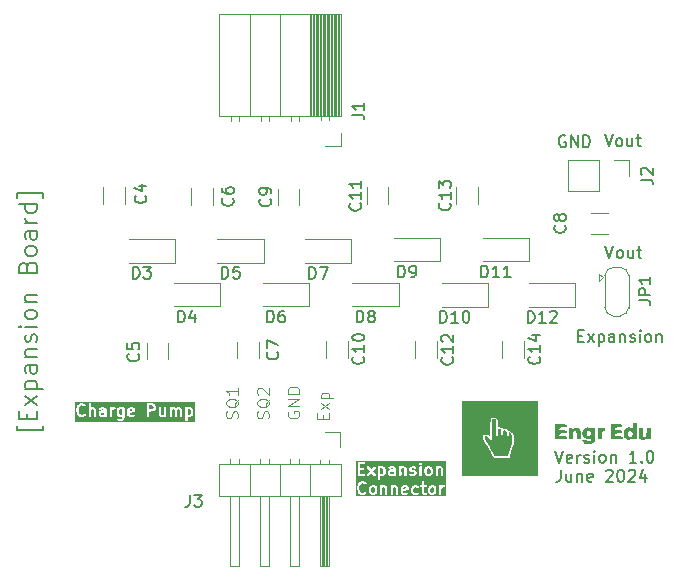
<source format=gbr>
%TF.GenerationSoftware,KiCad,Pcbnew,8.0.2*%
%TF.CreationDate,2024-07-15T23:59:02-06:00*%
%TF.ProjectId,2024_NE555_ChargePump_Expansion,32303234-5f4e-4453-9535-355f43686172,rev?*%
%TF.SameCoordinates,Original*%
%TF.FileFunction,Legend,Top*%
%TF.FilePolarity,Positive*%
%FSLAX46Y46*%
G04 Gerber Fmt 4.6, Leading zero omitted, Abs format (unit mm)*
G04 Created by KiCad (PCBNEW 8.0.2) date 2024-07-15 23:59:02*
%MOMM*%
%LPD*%
G01*
G04 APERTURE LIST*
%ADD10C,0.125000*%
%ADD11C,0.200000*%
%ADD12C,0.150000*%
%ADD13C,0.120000*%
%ADD14C,0.000000*%
G04 APERTURE END LIST*
D10*
X152077509Y-84515668D02*
X152077509Y-84182335D01*
X152601319Y-84039478D02*
X152601319Y-84515668D01*
X152601319Y-84515668D02*
X151601319Y-84515668D01*
X151601319Y-84515668D02*
X151601319Y-84039478D01*
X152601319Y-83706144D02*
X151934652Y-83182335D01*
X151934652Y-83706144D02*
X152601319Y-83182335D01*
X151934652Y-82801382D02*
X152934652Y-82801382D01*
X151982271Y-82801382D02*
X151934652Y-82706144D01*
X151934652Y-82706144D02*
X151934652Y-82515668D01*
X151934652Y-82515668D02*
X151982271Y-82420430D01*
X151982271Y-82420430D02*
X152029890Y-82372811D01*
X152029890Y-82372811D02*
X152125128Y-82325192D01*
X152125128Y-82325192D02*
X152410842Y-82325192D01*
X152410842Y-82325192D02*
X152506080Y-82372811D01*
X152506080Y-82372811D02*
X152553700Y-82420430D01*
X152553700Y-82420430D02*
X152601319Y-82515668D01*
X152601319Y-82515668D02*
X152601319Y-82706144D01*
X152601319Y-82706144D02*
X152553700Y-82801382D01*
X147448300Y-84487087D02*
X147495919Y-84344230D01*
X147495919Y-84344230D02*
X147495919Y-84106135D01*
X147495919Y-84106135D02*
X147448300Y-84010897D01*
X147448300Y-84010897D02*
X147400680Y-83963278D01*
X147400680Y-83963278D02*
X147305442Y-83915659D01*
X147305442Y-83915659D02*
X147210204Y-83915659D01*
X147210204Y-83915659D02*
X147114966Y-83963278D01*
X147114966Y-83963278D02*
X147067347Y-84010897D01*
X147067347Y-84010897D02*
X147019728Y-84106135D01*
X147019728Y-84106135D02*
X146972109Y-84296611D01*
X146972109Y-84296611D02*
X146924490Y-84391849D01*
X146924490Y-84391849D02*
X146876871Y-84439468D01*
X146876871Y-84439468D02*
X146781633Y-84487087D01*
X146781633Y-84487087D02*
X146686395Y-84487087D01*
X146686395Y-84487087D02*
X146591157Y-84439468D01*
X146591157Y-84439468D02*
X146543538Y-84391849D01*
X146543538Y-84391849D02*
X146495919Y-84296611D01*
X146495919Y-84296611D02*
X146495919Y-84058516D01*
X146495919Y-84058516D02*
X146543538Y-83915659D01*
X147591157Y-82820421D02*
X147543538Y-82915659D01*
X147543538Y-82915659D02*
X147448300Y-83010897D01*
X147448300Y-83010897D02*
X147305442Y-83153754D01*
X147305442Y-83153754D02*
X147257823Y-83248992D01*
X147257823Y-83248992D02*
X147257823Y-83344230D01*
X147495919Y-83296611D02*
X147448300Y-83391849D01*
X147448300Y-83391849D02*
X147353061Y-83487087D01*
X147353061Y-83487087D02*
X147162585Y-83534706D01*
X147162585Y-83534706D02*
X146829252Y-83534706D01*
X146829252Y-83534706D02*
X146638776Y-83487087D01*
X146638776Y-83487087D02*
X146543538Y-83391849D01*
X146543538Y-83391849D02*
X146495919Y-83296611D01*
X146495919Y-83296611D02*
X146495919Y-83106135D01*
X146495919Y-83106135D02*
X146543538Y-83010897D01*
X146543538Y-83010897D02*
X146638776Y-82915659D01*
X146638776Y-82915659D02*
X146829252Y-82868040D01*
X146829252Y-82868040D02*
X147162585Y-82868040D01*
X147162585Y-82868040D02*
X147353061Y-82915659D01*
X147353061Y-82915659D02*
X147448300Y-83010897D01*
X147448300Y-83010897D02*
X147495919Y-83106135D01*
X147495919Y-83106135D02*
X147495919Y-83296611D01*
X146591157Y-82487087D02*
X146543538Y-82439468D01*
X146543538Y-82439468D02*
X146495919Y-82344230D01*
X146495919Y-82344230D02*
X146495919Y-82106135D01*
X146495919Y-82106135D02*
X146543538Y-82010897D01*
X146543538Y-82010897D02*
X146591157Y-81963278D01*
X146591157Y-81963278D02*
X146686395Y-81915659D01*
X146686395Y-81915659D02*
X146781633Y-81915659D01*
X146781633Y-81915659D02*
X146924490Y-81963278D01*
X146924490Y-81963278D02*
X147495919Y-82534706D01*
X147495919Y-82534706D02*
X147495919Y-81915659D01*
D11*
X173699273Y-77499209D02*
X174032606Y-77499209D01*
X174175463Y-78023019D02*
X173699273Y-78023019D01*
X173699273Y-78023019D02*
X173699273Y-77023019D01*
X173699273Y-77023019D02*
X174175463Y-77023019D01*
X174508797Y-78023019D02*
X175032606Y-77356352D01*
X174508797Y-77356352D02*
X175032606Y-78023019D01*
X175413559Y-77356352D02*
X175413559Y-78356352D01*
X175413559Y-77403971D02*
X175508797Y-77356352D01*
X175508797Y-77356352D02*
X175699273Y-77356352D01*
X175699273Y-77356352D02*
X175794511Y-77403971D01*
X175794511Y-77403971D02*
X175842130Y-77451590D01*
X175842130Y-77451590D02*
X175889749Y-77546828D01*
X175889749Y-77546828D02*
X175889749Y-77832542D01*
X175889749Y-77832542D02*
X175842130Y-77927780D01*
X175842130Y-77927780D02*
X175794511Y-77975400D01*
X175794511Y-77975400D02*
X175699273Y-78023019D01*
X175699273Y-78023019D02*
X175508797Y-78023019D01*
X175508797Y-78023019D02*
X175413559Y-77975400D01*
X176746892Y-78023019D02*
X176746892Y-77499209D01*
X176746892Y-77499209D02*
X176699273Y-77403971D01*
X176699273Y-77403971D02*
X176604035Y-77356352D01*
X176604035Y-77356352D02*
X176413559Y-77356352D01*
X176413559Y-77356352D02*
X176318321Y-77403971D01*
X176746892Y-77975400D02*
X176651654Y-78023019D01*
X176651654Y-78023019D02*
X176413559Y-78023019D01*
X176413559Y-78023019D02*
X176318321Y-77975400D01*
X176318321Y-77975400D02*
X176270702Y-77880161D01*
X176270702Y-77880161D02*
X176270702Y-77784923D01*
X176270702Y-77784923D02*
X176318321Y-77689685D01*
X176318321Y-77689685D02*
X176413559Y-77642066D01*
X176413559Y-77642066D02*
X176651654Y-77642066D01*
X176651654Y-77642066D02*
X176746892Y-77594447D01*
X177223083Y-77356352D02*
X177223083Y-78023019D01*
X177223083Y-77451590D02*
X177270702Y-77403971D01*
X177270702Y-77403971D02*
X177365940Y-77356352D01*
X177365940Y-77356352D02*
X177508797Y-77356352D01*
X177508797Y-77356352D02*
X177604035Y-77403971D01*
X177604035Y-77403971D02*
X177651654Y-77499209D01*
X177651654Y-77499209D02*
X177651654Y-78023019D01*
X178080226Y-77975400D02*
X178175464Y-78023019D01*
X178175464Y-78023019D02*
X178365940Y-78023019D01*
X178365940Y-78023019D02*
X178461178Y-77975400D01*
X178461178Y-77975400D02*
X178508797Y-77880161D01*
X178508797Y-77880161D02*
X178508797Y-77832542D01*
X178508797Y-77832542D02*
X178461178Y-77737304D01*
X178461178Y-77737304D02*
X178365940Y-77689685D01*
X178365940Y-77689685D02*
X178223083Y-77689685D01*
X178223083Y-77689685D02*
X178127845Y-77642066D01*
X178127845Y-77642066D02*
X178080226Y-77546828D01*
X178080226Y-77546828D02*
X178080226Y-77499209D01*
X178080226Y-77499209D02*
X178127845Y-77403971D01*
X178127845Y-77403971D02*
X178223083Y-77356352D01*
X178223083Y-77356352D02*
X178365940Y-77356352D01*
X178365940Y-77356352D02*
X178461178Y-77403971D01*
X178937369Y-78023019D02*
X178937369Y-77356352D01*
X178937369Y-77023019D02*
X178889750Y-77070638D01*
X178889750Y-77070638D02*
X178937369Y-77118257D01*
X178937369Y-77118257D02*
X178984988Y-77070638D01*
X178984988Y-77070638D02*
X178937369Y-77023019D01*
X178937369Y-77023019D02*
X178937369Y-77118257D01*
X179556416Y-78023019D02*
X179461178Y-77975400D01*
X179461178Y-77975400D02*
X179413559Y-77927780D01*
X179413559Y-77927780D02*
X179365940Y-77832542D01*
X179365940Y-77832542D02*
X179365940Y-77546828D01*
X179365940Y-77546828D02*
X179413559Y-77451590D01*
X179413559Y-77451590D02*
X179461178Y-77403971D01*
X179461178Y-77403971D02*
X179556416Y-77356352D01*
X179556416Y-77356352D02*
X179699273Y-77356352D01*
X179699273Y-77356352D02*
X179794511Y-77403971D01*
X179794511Y-77403971D02*
X179842130Y-77451590D01*
X179842130Y-77451590D02*
X179889749Y-77546828D01*
X179889749Y-77546828D02*
X179889749Y-77832542D01*
X179889749Y-77832542D02*
X179842130Y-77927780D01*
X179842130Y-77927780D02*
X179794511Y-77975400D01*
X179794511Y-77975400D02*
X179699273Y-78023019D01*
X179699273Y-78023019D02*
X179556416Y-78023019D01*
X180318321Y-77356352D02*
X180318321Y-78023019D01*
X180318321Y-77451590D02*
X180365940Y-77403971D01*
X180365940Y-77403971D02*
X180461178Y-77356352D01*
X180461178Y-77356352D02*
X180604035Y-77356352D01*
X180604035Y-77356352D02*
X180699273Y-77403971D01*
X180699273Y-77403971D02*
X180746892Y-77499209D01*
X180746892Y-77499209D02*
X180746892Y-78023019D01*
D10*
X144832100Y-84487087D02*
X144879719Y-84344230D01*
X144879719Y-84344230D02*
X144879719Y-84106135D01*
X144879719Y-84106135D02*
X144832100Y-84010897D01*
X144832100Y-84010897D02*
X144784480Y-83963278D01*
X144784480Y-83963278D02*
X144689242Y-83915659D01*
X144689242Y-83915659D02*
X144594004Y-83915659D01*
X144594004Y-83915659D02*
X144498766Y-83963278D01*
X144498766Y-83963278D02*
X144451147Y-84010897D01*
X144451147Y-84010897D02*
X144403528Y-84106135D01*
X144403528Y-84106135D02*
X144355909Y-84296611D01*
X144355909Y-84296611D02*
X144308290Y-84391849D01*
X144308290Y-84391849D02*
X144260671Y-84439468D01*
X144260671Y-84439468D02*
X144165433Y-84487087D01*
X144165433Y-84487087D02*
X144070195Y-84487087D01*
X144070195Y-84487087D02*
X143974957Y-84439468D01*
X143974957Y-84439468D02*
X143927338Y-84391849D01*
X143927338Y-84391849D02*
X143879719Y-84296611D01*
X143879719Y-84296611D02*
X143879719Y-84058516D01*
X143879719Y-84058516D02*
X143927338Y-83915659D01*
X144974957Y-82820421D02*
X144927338Y-82915659D01*
X144927338Y-82915659D02*
X144832100Y-83010897D01*
X144832100Y-83010897D02*
X144689242Y-83153754D01*
X144689242Y-83153754D02*
X144641623Y-83248992D01*
X144641623Y-83248992D02*
X144641623Y-83344230D01*
X144879719Y-83296611D02*
X144832100Y-83391849D01*
X144832100Y-83391849D02*
X144736861Y-83487087D01*
X144736861Y-83487087D02*
X144546385Y-83534706D01*
X144546385Y-83534706D02*
X144213052Y-83534706D01*
X144213052Y-83534706D02*
X144022576Y-83487087D01*
X144022576Y-83487087D02*
X143927338Y-83391849D01*
X143927338Y-83391849D02*
X143879719Y-83296611D01*
X143879719Y-83296611D02*
X143879719Y-83106135D01*
X143879719Y-83106135D02*
X143927338Y-83010897D01*
X143927338Y-83010897D02*
X144022576Y-82915659D01*
X144022576Y-82915659D02*
X144213052Y-82868040D01*
X144213052Y-82868040D02*
X144546385Y-82868040D01*
X144546385Y-82868040D02*
X144736861Y-82915659D01*
X144736861Y-82915659D02*
X144832100Y-83010897D01*
X144832100Y-83010897D02*
X144879719Y-83106135D01*
X144879719Y-83106135D02*
X144879719Y-83296611D01*
X144879719Y-81915659D02*
X144879719Y-82487087D01*
X144879719Y-82201373D02*
X143879719Y-82201373D01*
X143879719Y-82201373D02*
X144022576Y-82296611D01*
X144022576Y-82296611D02*
X144117814Y-82391849D01*
X144117814Y-82391849D02*
X144165433Y-82487087D01*
X149134338Y-83935556D02*
X149086719Y-84030794D01*
X149086719Y-84030794D02*
X149086719Y-84173651D01*
X149086719Y-84173651D02*
X149134338Y-84316508D01*
X149134338Y-84316508D02*
X149229576Y-84411746D01*
X149229576Y-84411746D02*
X149324814Y-84459365D01*
X149324814Y-84459365D02*
X149515290Y-84506984D01*
X149515290Y-84506984D02*
X149658147Y-84506984D01*
X149658147Y-84506984D02*
X149848623Y-84459365D01*
X149848623Y-84459365D02*
X149943861Y-84411746D01*
X149943861Y-84411746D02*
X150039100Y-84316508D01*
X150039100Y-84316508D02*
X150086719Y-84173651D01*
X150086719Y-84173651D02*
X150086719Y-84078413D01*
X150086719Y-84078413D02*
X150039100Y-83935556D01*
X150039100Y-83935556D02*
X149991480Y-83887937D01*
X149991480Y-83887937D02*
X149658147Y-83887937D01*
X149658147Y-83887937D02*
X149658147Y-84078413D01*
X150086719Y-83459365D02*
X149086719Y-83459365D01*
X149086719Y-83459365D02*
X150086719Y-82887937D01*
X150086719Y-82887937D02*
X149086719Y-82887937D01*
X150086719Y-82411746D02*
X149086719Y-82411746D01*
X149086719Y-82411746D02*
X149086719Y-82173651D01*
X149086719Y-82173651D02*
X149134338Y-82030794D01*
X149134338Y-82030794D02*
X149229576Y-81935556D01*
X149229576Y-81935556D02*
X149324814Y-81887937D01*
X149324814Y-81887937D02*
X149515290Y-81840318D01*
X149515290Y-81840318D02*
X149658147Y-81840318D01*
X149658147Y-81840318D02*
X149848623Y-81887937D01*
X149848623Y-81887937D02*
X149943861Y-81935556D01*
X149943861Y-81935556D02*
X150039100Y-82030794D01*
X150039100Y-82030794D02*
X150086719Y-82173651D01*
X150086719Y-82173651D02*
X150086719Y-82411746D01*
D11*
X172597482Y-60586038D02*
X172502244Y-60538419D01*
X172502244Y-60538419D02*
X172359387Y-60538419D01*
X172359387Y-60538419D02*
X172216530Y-60586038D01*
X172216530Y-60586038D02*
X172121292Y-60681276D01*
X172121292Y-60681276D02*
X172073673Y-60776514D01*
X172073673Y-60776514D02*
X172026054Y-60966990D01*
X172026054Y-60966990D02*
X172026054Y-61109847D01*
X172026054Y-61109847D02*
X172073673Y-61300323D01*
X172073673Y-61300323D02*
X172121292Y-61395561D01*
X172121292Y-61395561D02*
X172216530Y-61490800D01*
X172216530Y-61490800D02*
X172359387Y-61538419D01*
X172359387Y-61538419D02*
X172454625Y-61538419D01*
X172454625Y-61538419D02*
X172597482Y-61490800D01*
X172597482Y-61490800D02*
X172645101Y-61443180D01*
X172645101Y-61443180D02*
X172645101Y-61109847D01*
X172645101Y-61109847D02*
X172454625Y-61109847D01*
X173073673Y-61538419D02*
X173073673Y-60538419D01*
X173073673Y-60538419D02*
X173645101Y-61538419D01*
X173645101Y-61538419D02*
X173645101Y-60538419D01*
X174121292Y-61538419D02*
X174121292Y-60538419D01*
X174121292Y-60538419D02*
X174359387Y-60538419D01*
X174359387Y-60538419D02*
X174502244Y-60586038D01*
X174502244Y-60586038D02*
X174597482Y-60681276D01*
X174597482Y-60681276D02*
X174645101Y-60776514D01*
X174645101Y-60776514D02*
X174692720Y-60966990D01*
X174692720Y-60966990D02*
X174692720Y-61109847D01*
X174692720Y-61109847D02*
X174645101Y-61300323D01*
X174645101Y-61300323D02*
X174597482Y-61395561D01*
X174597482Y-61395561D02*
X174502244Y-61490800D01*
X174502244Y-61490800D02*
X174359387Y-61538419D01*
X174359387Y-61538419D02*
X174121292Y-61538419D01*
X175994816Y-69911019D02*
X176328149Y-70911019D01*
X176328149Y-70911019D02*
X176661482Y-69911019D01*
X177137673Y-70911019D02*
X177042435Y-70863400D01*
X177042435Y-70863400D02*
X176994816Y-70815780D01*
X176994816Y-70815780D02*
X176947197Y-70720542D01*
X176947197Y-70720542D02*
X176947197Y-70434828D01*
X176947197Y-70434828D02*
X176994816Y-70339590D01*
X176994816Y-70339590D02*
X177042435Y-70291971D01*
X177042435Y-70291971D02*
X177137673Y-70244352D01*
X177137673Y-70244352D02*
X177280530Y-70244352D01*
X177280530Y-70244352D02*
X177375768Y-70291971D01*
X177375768Y-70291971D02*
X177423387Y-70339590D01*
X177423387Y-70339590D02*
X177471006Y-70434828D01*
X177471006Y-70434828D02*
X177471006Y-70720542D01*
X177471006Y-70720542D02*
X177423387Y-70815780D01*
X177423387Y-70815780D02*
X177375768Y-70863400D01*
X177375768Y-70863400D02*
X177280530Y-70911019D01*
X177280530Y-70911019D02*
X177137673Y-70911019D01*
X178328149Y-70244352D02*
X178328149Y-70911019D01*
X177899578Y-70244352D02*
X177899578Y-70768161D01*
X177899578Y-70768161D02*
X177947197Y-70863400D01*
X177947197Y-70863400D02*
X178042435Y-70911019D01*
X178042435Y-70911019D02*
X178185292Y-70911019D01*
X178185292Y-70911019D02*
X178280530Y-70863400D01*
X178280530Y-70863400D02*
X178328149Y-70815780D01*
X178661483Y-70244352D02*
X179042435Y-70244352D01*
X178804340Y-69911019D02*
X178804340Y-70768161D01*
X178804340Y-70768161D02*
X178851959Y-70863400D01*
X178851959Y-70863400D02*
X178947197Y-70911019D01*
X178947197Y-70911019D02*
X179042435Y-70911019D01*
X171766125Y-87248041D02*
X172099458Y-88248041D01*
X172099458Y-88248041D02*
X172432791Y-87248041D01*
X173147077Y-88200422D02*
X173051839Y-88248041D01*
X173051839Y-88248041D02*
X172861363Y-88248041D01*
X172861363Y-88248041D02*
X172766125Y-88200422D01*
X172766125Y-88200422D02*
X172718506Y-88105183D01*
X172718506Y-88105183D02*
X172718506Y-87724231D01*
X172718506Y-87724231D02*
X172766125Y-87628993D01*
X172766125Y-87628993D02*
X172861363Y-87581374D01*
X172861363Y-87581374D02*
X173051839Y-87581374D01*
X173051839Y-87581374D02*
X173147077Y-87628993D01*
X173147077Y-87628993D02*
X173194696Y-87724231D01*
X173194696Y-87724231D02*
X173194696Y-87819469D01*
X173194696Y-87819469D02*
X172718506Y-87914707D01*
X173623268Y-88248041D02*
X173623268Y-87581374D01*
X173623268Y-87771850D02*
X173670887Y-87676612D01*
X173670887Y-87676612D02*
X173718506Y-87628993D01*
X173718506Y-87628993D02*
X173813744Y-87581374D01*
X173813744Y-87581374D02*
X173908982Y-87581374D01*
X174194697Y-88200422D02*
X174289935Y-88248041D01*
X174289935Y-88248041D02*
X174480411Y-88248041D01*
X174480411Y-88248041D02*
X174575649Y-88200422D01*
X174575649Y-88200422D02*
X174623268Y-88105183D01*
X174623268Y-88105183D02*
X174623268Y-88057564D01*
X174623268Y-88057564D02*
X174575649Y-87962326D01*
X174575649Y-87962326D02*
X174480411Y-87914707D01*
X174480411Y-87914707D02*
X174337554Y-87914707D01*
X174337554Y-87914707D02*
X174242316Y-87867088D01*
X174242316Y-87867088D02*
X174194697Y-87771850D01*
X174194697Y-87771850D02*
X174194697Y-87724231D01*
X174194697Y-87724231D02*
X174242316Y-87628993D01*
X174242316Y-87628993D02*
X174337554Y-87581374D01*
X174337554Y-87581374D02*
X174480411Y-87581374D01*
X174480411Y-87581374D02*
X174575649Y-87628993D01*
X175051840Y-88248041D02*
X175051840Y-87581374D01*
X175051840Y-87248041D02*
X175004221Y-87295660D01*
X175004221Y-87295660D02*
X175051840Y-87343279D01*
X175051840Y-87343279D02*
X175099459Y-87295660D01*
X175099459Y-87295660D02*
X175051840Y-87248041D01*
X175051840Y-87248041D02*
X175051840Y-87343279D01*
X175670887Y-88248041D02*
X175575649Y-88200422D01*
X175575649Y-88200422D02*
X175528030Y-88152802D01*
X175528030Y-88152802D02*
X175480411Y-88057564D01*
X175480411Y-88057564D02*
X175480411Y-87771850D01*
X175480411Y-87771850D02*
X175528030Y-87676612D01*
X175528030Y-87676612D02*
X175575649Y-87628993D01*
X175575649Y-87628993D02*
X175670887Y-87581374D01*
X175670887Y-87581374D02*
X175813744Y-87581374D01*
X175813744Y-87581374D02*
X175908982Y-87628993D01*
X175908982Y-87628993D02*
X175956601Y-87676612D01*
X175956601Y-87676612D02*
X176004220Y-87771850D01*
X176004220Y-87771850D02*
X176004220Y-88057564D01*
X176004220Y-88057564D02*
X175956601Y-88152802D01*
X175956601Y-88152802D02*
X175908982Y-88200422D01*
X175908982Y-88200422D02*
X175813744Y-88248041D01*
X175813744Y-88248041D02*
X175670887Y-88248041D01*
X176432792Y-87581374D02*
X176432792Y-88248041D01*
X176432792Y-87676612D02*
X176480411Y-87628993D01*
X176480411Y-87628993D02*
X176575649Y-87581374D01*
X176575649Y-87581374D02*
X176718506Y-87581374D01*
X176718506Y-87581374D02*
X176813744Y-87628993D01*
X176813744Y-87628993D02*
X176861363Y-87724231D01*
X176861363Y-87724231D02*
X176861363Y-88248041D01*
X178623268Y-88248041D02*
X178051840Y-88248041D01*
X178337554Y-88248041D02*
X178337554Y-87248041D01*
X178337554Y-87248041D02*
X178242316Y-87390898D01*
X178242316Y-87390898D02*
X178147078Y-87486136D01*
X178147078Y-87486136D02*
X178051840Y-87533755D01*
X179051840Y-88152802D02*
X179099459Y-88200422D01*
X179099459Y-88200422D02*
X179051840Y-88248041D01*
X179051840Y-88248041D02*
X179004221Y-88200422D01*
X179004221Y-88200422D02*
X179051840Y-88152802D01*
X179051840Y-88152802D02*
X179051840Y-88248041D01*
X179718506Y-87248041D02*
X179813744Y-87248041D01*
X179813744Y-87248041D02*
X179908982Y-87295660D01*
X179908982Y-87295660D02*
X179956601Y-87343279D01*
X179956601Y-87343279D02*
X180004220Y-87438517D01*
X180004220Y-87438517D02*
X180051839Y-87628993D01*
X180051839Y-87628993D02*
X180051839Y-87867088D01*
X180051839Y-87867088D02*
X180004220Y-88057564D01*
X180004220Y-88057564D02*
X179956601Y-88152802D01*
X179956601Y-88152802D02*
X179908982Y-88200422D01*
X179908982Y-88200422D02*
X179813744Y-88248041D01*
X179813744Y-88248041D02*
X179718506Y-88248041D01*
X179718506Y-88248041D02*
X179623268Y-88200422D01*
X179623268Y-88200422D02*
X179575649Y-88152802D01*
X179575649Y-88152802D02*
X179528030Y-88057564D01*
X179528030Y-88057564D02*
X179480411Y-87867088D01*
X179480411Y-87867088D02*
X179480411Y-87628993D01*
X179480411Y-87628993D02*
X179528030Y-87438517D01*
X179528030Y-87438517D02*
X179575649Y-87343279D01*
X179575649Y-87343279D02*
X179623268Y-87295660D01*
X179623268Y-87295660D02*
X179718506Y-87248041D01*
X172194696Y-88857985D02*
X172194696Y-89572270D01*
X172194696Y-89572270D02*
X172147077Y-89715127D01*
X172147077Y-89715127D02*
X172051839Y-89810366D01*
X172051839Y-89810366D02*
X171908982Y-89857985D01*
X171908982Y-89857985D02*
X171813744Y-89857985D01*
X173099458Y-89191318D02*
X173099458Y-89857985D01*
X172670887Y-89191318D02*
X172670887Y-89715127D01*
X172670887Y-89715127D02*
X172718506Y-89810366D01*
X172718506Y-89810366D02*
X172813744Y-89857985D01*
X172813744Y-89857985D02*
X172956601Y-89857985D01*
X172956601Y-89857985D02*
X173051839Y-89810366D01*
X173051839Y-89810366D02*
X173099458Y-89762746D01*
X173575649Y-89191318D02*
X173575649Y-89857985D01*
X173575649Y-89286556D02*
X173623268Y-89238937D01*
X173623268Y-89238937D02*
X173718506Y-89191318D01*
X173718506Y-89191318D02*
X173861363Y-89191318D01*
X173861363Y-89191318D02*
X173956601Y-89238937D01*
X173956601Y-89238937D02*
X174004220Y-89334175D01*
X174004220Y-89334175D02*
X174004220Y-89857985D01*
X174861363Y-89810366D02*
X174766125Y-89857985D01*
X174766125Y-89857985D02*
X174575649Y-89857985D01*
X174575649Y-89857985D02*
X174480411Y-89810366D01*
X174480411Y-89810366D02*
X174432792Y-89715127D01*
X174432792Y-89715127D02*
X174432792Y-89334175D01*
X174432792Y-89334175D02*
X174480411Y-89238937D01*
X174480411Y-89238937D02*
X174575649Y-89191318D01*
X174575649Y-89191318D02*
X174766125Y-89191318D01*
X174766125Y-89191318D02*
X174861363Y-89238937D01*
X174861363Y-89238937D02*
X174908982Y-89334175D01*
X174908982Y-89334175D02*
X174908982Y-89429413D01*
X174908982Y-89429413D02*
X174432792Y-89524651D01*
X176051840Y-88953223D02*
X176099459Y-88905604D01*
X176099459Y-88905604D02*
X176194697Y-88857985D01*
X176194697Y-88857985D02*
X176432792Y-88857985D01*
X176432792Y-88857985D02*
X176528030Y-88905604D01*
X176528030Y-88905604D02*
X176575649Y-88953223D01*
X176575649Y-88953223D02*
X176623268Y-89048461D01*
X176623268Y-89048461D02*
X176623268Y-89143699D01*
X176623268Y-89143699D02*
X176575649Y-89286556D01*
X176575649Y-89286556D02*
X176004221Y-89857985D01*
X176004221Y-89857985D02*
X176623268Y-89857985D01*
X177242316Y-88857985D02*
X177337554Y-88857985D01*
X177337554Y-88857985D02*
X177432792Y-88905604D01*
X177432792Y-88905604D02*
X177480411Y-88953223D01*
X177480411Y-88953223D02*
X177528030Y-89048461D01*
X177528030Y-89048461D02*
X177575649Y-89238937D01*
X177575649Y-89238937D02*
X177575649Y-89477032D01*
X177575649Y-89477032D02*
X177528030Y-89667508D01*
X177528030Y-89667508D02*
X177480411Y-89762746D01*
X177480411Y-89762746D02*
X177432792Y-89810366D01*
X177432792Y-89810366D02*
X177337554Y-89857985D01*
X177337554Y-89857985D02*
X177242316Y-89857985D01*
X177242316Y-89857985D02*
X177147078Y-89810366D01*
X177147078Y-89810366D02*
X177099459Y-89762746D01*
X177099459Y-89762746D02*
X177051840Y-89667508D01*
X177051840Y-89667508D02*
X177004221Y-89477032D01*
X177004221Y-89477032D02*
X177004221Y-89238937D01*
X177004221Y-89238937D02*
X177051840Y-89048461D01*
X177051840Y-89048461D02*
X177099459Y-88953223D01*
X177099459Y-88953223D02*
X177147078Y-88905604D01*
X177147078Y-88905604D02*
X177242316Y-88857985D01*
X177956602Y-88953223D02*
X178004221Y-88905604D01*
X178004221Y-88905604D02*
X178099459Y-88857985D01*
X178099459Y-88857985D02*
X178337554Y-88857985D01*
X178337554Y-88857985D02*
X178432792Y-88905604D01*
X178432792Y-88905604D02*
X178480411Y-88953223D01*
X178480411Y-88953223D02*
X178528030Y-89048461D01*
X178528030Y-89048461D02*
X178528030Y-89143699D01*
X178528030Y-89143699D02*
X178480411Y-89286556D01*
X178480411Y-89286556D02*
X177908983Y-89857985D01*
X177908983Y-89857985D02*
X178528030Y-89857985D01*
X179385173Y-89191318D02*
X179385173Y-89857985D01*
X179147078Y-88810366D02*
X178908983Y-89524651D01*
X178908983Y-89524651D02*
X179528030Y-89524651D01*
G36*
X135089468Y-83738939D02*
G01*
X135090508Y-84187786D01*
X135072737Y-84197013D01*
X134929408Y-84198324D01*
X134869665Y-84169583D01*
X134843891Y-84144924D01*
X134812893Y-84085220D01*
X134811392Y-83846800D01*
X134840260Y-83786793D01*
X134864922Y-83761016D01*
X134924741Y-83729957D01*
X135068071Y-83728646D01*
X135089468Y-83738939D01*
G37*
G36*
X140842098Y-83757386D02*
G01*
X140867875Y-83782048D01*
X140898872Y-83841748D01*
X140900373Y-84080169D01*
X140871505Y-84140176D01*
X140846843Y-84165954D01*
X140787023Y-84197013D01*
X140643694Y-84198324D01*
X140621716Y-84187751D01*
X140620871Y-83739384D01*
X140639027Y-83729957D01*
X140782357Y-83728646D01*
X140842098Y-83757386D01*
G37*
G36*
X133557661Y-84015081D02*
G01*
X133566259Y-84014469D01*
X133566872Y-84187696D01*
X133548998Y-84196976D01*
X133358136Y-84198400D01*
X133311464Y-84175946D01*
X133288855Y-84132401D01*
X133288043Y-84083936D01*
X133310088Y-84038113D01*
X133353241Y-84015708D01*
X133555028Y-84014203D01*
X133557661Y-84015081D01*
G37*
G36*
X135971730Y-83751024D02*
G01*
X135990555Y-83787282D01*
X135716297Y-83843220D01*
X135716086Y-83799321D01*
X135738660Y-83752399D01*
X135781884Y-83729957D01*
X135925214Y-83728646D01*
X135971730Y-83751024D01*
G37*
G36*
X137699241Y-83424053D02*
G01*
X137725018Y-83448715D01*
X137756135Y-83508646D01*
X137757269Y-83604493D01*
X137728647Y-83663988D01*
X137703989Y-83689761D01*
X137644346Y-83720729D01*
X137383371Y-83721980D01*
X137382758Y-83396347D01*
X137639094Y-83395117D01*
X137699241Y-83424053D01*
G37*
G36*
X141209851Y-84841263D02*
G01*
X131073343Y-84841263D01*
X131073343Y-83725390D01*
X131184454Y-83725390D01*
X131186081Y-83862963D01*
X131184572Y-83873108D01*
X131186343Y-83885086D01*
X131186375Y-83887756D01*
X131186939Y-83889119D01*
X131187440Y-83892501D01*
X131234944Y-84075580D01*
X131235624Y-84085136D01*
X131241215Y-84099748D01*
X131241654Y-84101437D01*
X131242084Y-84102017D01*
X131242630Y-84103444D01*
X131291966Y-84198466D01*
X131296544Y-84209518D01*
X131299702Y-84213366D01*
X131300692Y-84215272D01*
X131302686Y-84217001D01*
X131308981Y-84224671D01*
X131394926Y-84308502D01*
X131395931Y-84310512D01*
X131405455Y-84318772D01*
X131419372Y-84332347D01*
X131422691Y-84333722D01*
X131425407Y-84336077D01*
X131443307Y-84344068D01*
X131586391Y-84389974D01*
X131598278Y-84394898D01*
X131603270Y-84395389D01*
X131605279Y-84396034D01*
X131607913Y-84395846D01*
X131617787Y-84396819D01*
X131713929Y-84395209D01*
X131725532Y-84396034D01*
X131730368Y-84394934D01*
X131732534Y-84394898D01*
X131734976Y-84393886D01*
X131744648Y-84391687D01*
X131873025Y-84347278D01*
X131875392Y-84347278D01*
X131887384Y-84342310D01*
X131905405Y-84336077D01*
X131908120Y-84333722D01*
X131911440Y-84332347D01*
X131926593Y-84319910D01*
X131986649Y-84257137D01*
X132001580Y-84221088D01*
X132001579Y-84182070D01*
X131986648Y-84146022D01*
X131959057Y-84118432D01*
X131923009Y-84103501D01*
X131883991Y-84103502D01*
X131847943Y-84118433D01*
X131832789Y-84130870D01*
X131803459Y-84161527D01*
X131700848Y-84197022D01*
X131637361Y-84198085D01*
X131530621Y-84163840D01*
X131463482Y-84098352D01*
X131427861Y-84029745D01*
X131384382Y-83862180D01*
X131382976Y-83743373D01*
X131423216Y-83576100D01*
X131459138Y-83501430D01*
X131526445Y-83432424D01*
X131629963Y-83396615D01*
X131693449Y-83395552D01*
X131800630Y-83429939D01*
X131847943Y-83475204D01*
X131883992Y-83490135D01*
X131923010Y-83490135D01*
X131959058Y-83475204D01*
X131986648Y-83447614D01*
X132001579Y-83411566D01*
X132001579Y-83372548D01*
X131986648Y-83336499D01*
X131974211Y-83321346D01*
X131948574Y-83296819D01*
X132232073Y-83296819D01*
X132233994Y-84316328D01*
X132248926Y-84352376D01*
X132276516Y-84379966D01*
X132312564Y-84394898D01*
X132351582Y-84394898D01*
X132387630Y-84379966D01*
X132415220Y-84352376D01*
X132430152Y-84316328D01*
X132432073Y-84296819D01*
X132431073Y-83766531D01*
X132436350Y-83761016D01*
X132496281Y-83729899D01*
X132592128Y-83728765D01*
X132638396Y-83751024D01*
X132660718Y-83794016D01*
X132662565Y-84316328D01*
X132677497Y-84352376D01*
X132705087Y-84379966D01*
X132741135Y-84394898D01*
X132780153Y-84394898D01*
X132816201Y-84379966D01*
X132843791Y-84352376D01*
X132858723Y-84316328D01*
X132860644Y-84296819D01*
X132859802Y-84058723D01*
X133089216Y-84058723D01*
X133090572Y-84139739D01*
X133090001Y-84141453D01*
X133090785Y-84152497D01*
X133091137Y-84173470D01*
X133092512Y-84176790D01*
X133092767Y-84180373D01*
X133099773Y-84198682D01*
X133146810Y-84289277D01*
X133149959Y-84298723D01*
X133154333Y-84303767D01*
X133157835Y-84310511D01*
X133167306Y-84318725D01*
X133175523Y-84328200D01*
X133185393Y-84334412D01*
X133187311Y-84336076D01*
X133188851Y-84336589D01*
X133192114Y-84338643D01*
X133275131Y-84378581D01*
X133276516Y-84379966D01*
X133287265Y-84384418D01*
X133305660Y-84393268D01*
X133309243Y-84393522D01*
X133312564Y-84394898D01*
X133332073Y-84396819D01*
X133555028Y-84395156D01*
X133557661Y-84396034D01*
X133571766Y-84395031D01*
X133589677Y-84394898D01*
X133592997Y-84393522D01*
X133596581Y-84393268D01*
X133614889Y-84386262D01*
X133619397Y-84383921D01*
X133645897Y-84394898D01*
X133684915Y-84394898D01*
X133720963Y-84379966D01*
X133748553Y-84352376D01*
X133763485Y-84316328D01*
X133765406Y-84296819D01*
X133763942Y-83882787D01*
X133764620Y-83880754D01*
X133763899Y-83870605D01*
X133763608Y-83788552D01*
X133764621Y-83785516D01*
X133763544Y-83770370D01*
X133763485Y-83753500D01*
X133762109Y-83750179D01*
X133761855Y-83746596D01*
X133754849Y-83728287D01*
X133707809Y-83637689D01*
X133705297Y-83630152D01*
X134041597Y-83630152D01*
X134043518Y-84316328D01*
X134058450Y-84352376D01*
X134086040Y-84379966D01*
X134122088Y-84394898D01*
X134161106Y-84394898D01*
X134197154Y-84379966D01*
X134224744Y-84352376D01*
X134239676Y-84316328D01*
X134241597Y-84296819D01*
X134240334Y-83846028D01*
X134252554Y-83820628D01*
X134613026Y-83820628D01*
X134614728Y-84091083D01*
X134613811Y-84093835D01*
X134614836Y-84108261D01*
X134614947Y-84125851D01*
X134616322Y-84129171D01*
X134616577Y-84132755D01*
X134623583Y-84151063D01*
X134672920Y-84246087D01*
X134677497Y-84257137D01*
X134680655Y-84260985D01*
X134681645Y-84262891D01*
X134683639Y-84264620D01*
X134689934Y-84272290D01*
X134740034Y-84320223D01*
X134746952Y-84328200D01*
X134751101Y-84330811D01*
X134752706Y-84332347D01*
X134755146Y-84333357D01*
X134763543Y-84338643D01*
X134846560Y-84378581D01*
X134847945Y-84379966D01*
X134858694Y-84384418D01*
X134877089Y-84393268D01*
X134880672Y-84393522D01*
X134883993Y-84394898D01*
X134903502Y-84396819D01*
X135079009Y-84395213D01*
X135081471Y-84396034D01*
X135090989Y-84395357D01*
X135091030Y-84413128D01*
X135061980Y-84473512D01*
X135037322Y-84499285D01*
X134977387Y-84530404D01*
X134881541Y-84531538D01*
X134787058Y-84486084D01*
X134748138Y-84483318D01*
X134711122Y-84495657D01*
X134681645Y-84521221D01*
X134664196Y-84556120D01*
X134661430Y-84595040D01*
X134673769Y-84632056D01*
X134699333Y-84661533D01*
X134715924Y-84671976D01*
X134798941Y-84711914D01*
X134800326Y-84713299D01*
X134811075Y-84717751D01*
X134829470Y-84726601D01*
X134833053Y-84726855D01*
X134836374Y-84728231D01*
X134855883Y-84730152D01*
X134984039Y-84728635D01*
X134986233Y-84729367D01*
X134999015Y-84728458D01*
X135018249Y-84728231D01*
X135021569Y-84726855D01*
X135025153Y-84726601D01*
X135043461Y-84719595D01*
X135138490Y-84670254D01*
X135149535Y-84665680D01*
X135153381Y-84662523D01*
X135155289Y-84661533D01*
X135157018Y-84659538D01*
X135164689Y-84653244D01*
X135212622Y-84603141D01*
X135220597Y-84596226D01*
X135223208Y-84592076D01*
X135224744Y-84590472D01*
X135225754Y-84588031D01*
X135231040Y-84579635D01*
X135270978Y-84496617D01*
X135272363Y-84495233D01*
X135276815Y-84484483D01*
X135285665Y-84466089D01*
X135285919Y-84462505D01*
X135287295Y-84459185D01*
X135289216Y-84439676D01*
X135287671Y-83773009D01*
X135517788Y-83773009D01*
X135518680Y-83959078D01*
X135517788Y-83963590D01*
X135518724Y-83968273D01*
X135519541Y-84138547D01*
X135518573Y-84141453D01*
X135519626Y-84156277D01*
X135519709Y-84173470D01*
X135521084Y-84176790D01*
X135521339Y-84180373D01*
X135528345Y-84198682D01*
X135575382Y-84289277D01*
X135578531Y-84298723D01*
X135582905Y-84303767D01*
X135586407Y-84310511D01*
X135595878Y-84318725D01*
X135604095Y-84328200D01*
X135613965Y-84334412D01*
X135615883Y-84336076D01*
X135617423Y-84336589D01*
X135620686Y-84338643D01*
X135703703Y-84378581D01*
X135705088Y-84379966D01*
X135715837Y-84384418D01*
X135734232Y-84393268D01*
X135737815Y-84393522D01*
X135741136Y-84394898D01*
X135760645Y-84396819D01*
X135936152Y-84395213D01*
X135938614Y-84396034D01*
X135952229Y-84395066D01*
X135970630Y-84394898D01*
X135973950Y-84393522D01*
X135977534Y-84393268D01*
X135995842Y-84386262D01*
X136107670Y-84328200D01*
X136133235Y-84298723D01*
X136145573Y-84261707D01*
X136142808Y-84222787D01*
X136125359Y-84187889D01*
X136095882Y-84162324D01*
X136058866Y-84149985D01*
X136019946Y-84152751D01*
X136001637Y-84159757D01*
X135929880Y-84197013D01*
X135786551Y-84198324D01*
X135740036Y-84175946D01*
X135717686Y-84132902D01*
X135717266Y-84045253D01*
X136104244Y-83966326D01*
X136113487Y-83966326D01*
X136122452Y-83962612D01*
X136132343Y-83960595D01*
X136140483Y-83955143D01*
X136149535Y-83951394D01*
X136156536Y-83944392D01*
X136164762Y-83938884D01*
X136170196Y-83930732D01*
X136177125Y-83923804D01*
X136180914Y-83914656D01*
X136186406Y-83906419D01*
X136188307Y-83896808D01*
X136192057Y-83887756D01*
X136193978Y-83868247D01*
X136193976Y-83868150D01*
X136193978Y-83868142D01*
X136193976Y-83868132D01*
X136192621Y-83787229D01*
X136193193Y-83785516D01*
X136192408Y-83774471D01*
X136192057Y-83753500D01*
X136190681Y-83750179D01*
X136190427Y-83746596D01*
X136183421Y-83728287D01*
X136136381Y-83637689D01*
X136133235Y-83628248D01*
X136128862Y-83623205D01*
X136125359Y-83616459D01*
X136115883Y-83608241D01*
X136107670Y-83598771D01*
X136097798Y-83592557D01*
X136095882Y-83590895D01*
X136094343Y-83590381D01*
X136091080Y-83588328D01*
X136008062Y-83548389D01*
X136006678Y-83547005D01*
X135995928Y-83542552D01*
X135977534Y-83533703D01*
X135973950Y-83533448D01*
X135970630Y-83532073D01*
X135951121Y-83530152D01*
X135775613Y-83531757D01*
X135773152Y-83530937D01*
X135759536Y-83531904D01*
X135741136Y-83532073D01*
X135737815Y-83533448D01*
X135734232Y-83533703D01*
X135715923Y-83540709D01*
X135625325Y-83587748D01*
X135615884Y-83590895D01*
X135610841Y-83595267D01*
X135604095Y-83598771D01*
X135595877Y-83608246D01*
X135586407Y-83616460D01*
X135580193Y-83626331D01*
X135578531Y-83628248D01*
X135578017Y-83629786D01*
X135575964Y-83633050D01*
X135536025Y-83716067D01*
X135534641Y-83717452D01*
X135530188Y-83728201D01*
X135521339Y-83746596D01*
X135521084Y-83750179D01*
X135519709Y-83753500D01*
X135517788Y-83773009D01*
X135287671Y-83773009D01*
X135287453Y-83679010D01*
X135288430Y-83665264D01*
X135287414Y-83662217D01*
X135287295Y-83610643D01*
X135272363Y-83574595D01*
X135244773Y-83547005D01*
X135208725Y-83532073D01*
X135169707Y-83532073D01*
X135141597Y-83543716D01*
X135138785Y-83542552D01*
X135120391Y-83533703D01*
X135116807Y-83533448D01*
X135113487Y-83532073D01*
X135093978Y-83530152D01*
X134918470Y-83531757D01*
X134916009Y-83530937D01*
X134902393Y-83531904D01*
X134883993Y-83532073D01*
X134880672Y-83533448D01*
X134877089Y-83533703D01*
X134858780Y-83540709D01*
X134763746Y-83590051D01*
X134752706Y-83594624D01*
X134748860Y-83597779D01*
X134746952Y-83598771D01*
X134745219Y-83600768D01*
X134737553Y-83607061D01*
X134689621Y-83657161D01*
X134681645Y-83664079D01*
X134679032Y-83668228D01*
X134677498Y-83669833D01*
X134676487Y-83672272D01*
X134671202Y-83680669D01*
X134631263Y-83763686D01*
X134629879Y-83765071D01*
X134625427Y-83775819D01*
X134616577Y-83794215D01*
X134616322Y-83797798D01*
X134614947Y-83801119D01*
X134613026Y-83820628D01*
X134252554Y-83820628D01*
X134268831Y-83786793D01*
X134293493Y-83761016D01*
X134353632Y-83729791D01*
X134446820Y-83728231D01*
X134482868Y-83713299D01*
X134510458Y-83685709D01*
X134525390Y-83649661D01*
X134525390Y-83610643D01*
X134510458Y-83574595D01*
X134482868Y-83547005D01*
X134446820Y-83532073D01*
X134427311Y-83530152D01*
X134346293Y-83531508D01*
X134344580Y-83530937D01*
X134333535Y-83531721D01*
X134312564Y-83532073D01*
X134309243Y-83533448D01*
X134305660Y-83533703D01*
X134287351Y-83540709D01*
X134223835Y-83573686D01*
X134197154Y-83547005D01*
X134161106Y-83532073D01*
X134122088Y-83532073D01*
X134086040Y-83547005D01*
X134058450Y-83574595D01*
X134043518Y-83610643D01*
X134041597Y-83630152D01*
X133705297Y-83630152D01*
X133704663Y-83628248D01*
X133700290Y-83623205D01*
X133696787Y-83616459D01*
X133687311Y-83608241D01*
X133679098Y-83598771D01*
X133669226Y-83592557D01*
X133667310Y-83590895D01*
X133665771Y-83590381D01*
X133662508Y-83588328D01*
X133579490Y-83548389D01*
X133578106Y-83547005D01*
X133567356Y-83542552D01*
X133548962Y-83533703D01*
X133545378Y-83533448D01*
X133542058Y-83532073D01*
X133522549Y-83530152D01*
X133347041Y-83531757D01*
X133344580Y-83530937D01*
X133330964Y-83531904D01*
X133312564Y-83532073D01*
X133309243Y-83533448D01*
X133305660Y-83533703D01*
X133287351Y-83540709D01*
X133175523Y-83598771D01*
X133149959Y-83628248D01*
X133137620Y-83665264D01*
X133140386Y-83704184D01*
X133157835Y-83739083D01*
X133187312Y-83764647D01*
X133224328Y-83776986D01*
X133263248Y-83774220D01*
X133281556Y-83767214D01*
X133353312Y-83729957D01*
X133496642Y-83728646D01*
X133543158Y-83751024D01*
X133565480Y-83794016D01*
X133565527Y-83807441D01*
X133548998Y-83816023D01*
X133347212Y-83817528D01*
X133344580Y-83816651D01*
X133330474Y-83817653D01*
X133312564Y-83817787D01*
X133309243Y-83819162D01*
X133305660Y-83819417D01*
X133287351Y-83826423D01*
X133196753Y-83873462D01*
X133187312Y-83876609D01*
X133182269Y-83880981D01*
X133175523Y-83884485D01*
X133167305Y-83893960D01*
X133157835Y-83902174D01*
X133151621Y-83912045D01*
X133149959Y-83913962D01*
X133149445Y-83915500D01*
X133147392Y-83918764D01*
X133107453Y-84001781D01*
X133106069Y-84003166D01*
X133101616Y-84013915D01*
X133092767Y-84032310D01*
X133092512Y-84035893D01*
X133091137Y-84039214D01*
X133089216Y-84058723D01*
X132859802Y-84058723D01*
X132858846Y-83788552D01*
X132859859Y-83785516D01*
X132858782Y-83770370D01*
X132858723Y-83753500D01*
X132857347Y-83750179D01*
X132857093Y-83746596D01*
X132850087Y-83728287D01*
X132803047Y-83637689D01*
X132799901Y-83628248D01*
X132795528Y-83623205D01*
X132792025Y-83616459D01*
X132782549Y-83608241D01*
X132774336Y-83598771D01*
X132764464Y-83592557D01*
X132762548Y-83590895D01*
X132761009Y-83590381D01*
X132757746Y-83588328D01*
X132674728Y-83548389D01*
X132673344Y-83547005D01*
X132662594Y-83542552D01*
X132644200Y-83533703D01*
X132640616Y-83533448D01*
X132637296Y-83532073D01*
X132617787Y-83530152D01*
X132489630Y-83531668D01*
X132487437Y-83530937D01*
X132474654Y-83531845D01*
X132455421Y-83532073D01*
X132452100Y-83533448D01*
X132448517Y-83533703D01*
X132430647Y-83540540D01*
X132430189Y-83296819D01*
X137184455Y-83296819D01*
X137186376Y-84316328D01*
X137201308Y-84352376D01*
X137228898Y-84379966D01*
X137264946Y-84394898D01*
X137303964Y-84394898D01*
X137340012Y-84379966D01*
X137367602Y-84352376D01*
X137382534Y-84316328D01*
X137384455Y-84296819D01*
X137383745Y-83920151D01*
X137649994Y-83918874D01*
X137652900Y-83919843D01*
X137667724Y-83918789D01*
X137684916Y-83918707D01*
X137688236Y-83917331D01*
X137691820Y-83917077D01*
X137710128Y-83910071D01*
X137805157Y-83860730D01*
X137816202Y-83856156D01*
X137820048Y-83852999D01*
X137821956Y-83852009D01*
X137823685Y-83850014D01*
X137831356Y-83843720D01*
X137879289Y-83793617D01*
X137887264Y-83786702D01*
X137889875Y-83782552D01*
X137891411Y-83780948D01*
X137892421Y-83778507D01*
X137897707Y-83770111D01*
X137937645Y-83687093D01*
X137939030Y-83685709D01*
X137943482Y-83674959D01*
X137952332Y-83656565D01*
X137952586Y-83652981D01*
X137953962Y-83649661D01*
X137955883Y-83630152D01*
X138184455Y-83630152D01*
X138186252Y-84138416D01*
X138185240Y-84141453D01*
X138186316Y-84156598D01*
X138186376Y-84173470D01*
X138187751Y-84176790D01*
X138188006Y-84180373D01*
X138195012Y-84198682D01*
X138242049Y-84289277D01*
X138245198Y-84298723D01*
X138249572Y-84303767D01*
X138253074Y-84310511D01*
X138262545Y-84318725D01*
X138270762Y-84328200D01*
X138280632Y-84334412D01*
X138282550Y-84336076D01*
X138284090Y-84336589D01*
X138287353Y-84338643D01*
X138370370Y-84378581D01*
X138371755Y-84379966D01*
X138382504Y-84384418D01*
X138400899Y-84393268D01*
X138404482Y-84393522D01*
X138407803Y-84394898D01*
X138427312Y-84396819D01*
X138555468Y-84395302D01*
X138557662Y-84396034D01*
X138570444Y-84395125D01*
X138589678Y-84394898D01*
X138592998Y-84393522D01*
X138596582Y-84393268D01*
X138614890Y-84386262D01*
X138647061Y-84369558D01*
X138657469Y-84379966D01*
X138693517Y-84394898D01*
X138732535Y-84394898D01*
X138768583Y-84379966D01*
X138796173Y-84352376D01*
X138811105Y-84316328D01*
X138813026Y-84296819D01*
X138811160Y-83630152D01*
X139089217Y-83630152D01*
X139091138Y-84316328D01*
X139106070Y-84352376D01*
X139133660Y-84379966D01*
X139169708Y-84394898D01*
X139208726Y-84394898D01*
X139244774Y-84379966D01*
X139272364Y-84352376D01*
X139287296Y-84316328D01*
X139289217Y-84296819D01*
X139287733Y-83767037D01*
X139293494Y-83761016D01*
X139353425Y-83729899D01*
X139449272Y-83728765D01*
X139495540Y-83751024D01*
X139517862Y-83794016D01*
X139519709Y-84316328D01*
X139534641Y-84352376D01*
X139562231Y-84379966D01*
X139598279Y-84394898D01*
X139637297Y-84394898D01*
X139673345Y-84379966D01*
X139700935Y-84352376D01*
X139715867Y-84316328D01*
X139717788Y-84296819D01*
X139716029Y-83799441D01*
X139738660Y-83752399D01*
X139781996Y-83729899D01*
X139877843Y-83728765D01*
X139924112Y-83751024D01*
X139946434Y-83794016D01*
X139948281Y-84316328D01*
X139963213Y-84352376D01*
X139990803Y-84379966D01*
X140026851Y-84394898D01*
X140065869Y-84394898D01*
X140101917Y-84379966D01*
X140129507Y-84352376D01*
X140144439Y-84316328D01*
X140146360Y-84296819D01*
X140144562Y-83788552D01*
X140145575Y-83785516D01*
X140144498Y-83770370D01*
X140144439Y-83753500D01*
X140143063Y-83750179D01*
X140142809Y-83746596D01*
X140135803Y-83728287D01*
X140088765Y-83637692D01*
X140086252Y-83630152D01*
X140422550Y-83630152D01*
X140423729Y-84256155D01*
X140423335Y-84261707D01*
X140423742Y-84262928D01*
X140424471Y-84649661D01*
X140439403Y-84685709D01*
X140466993Y-84713299D01*
X140503041Y-84728231D01*
X140542059Y-84728231D01*
X140578107Y-84713299D01*
X140605697Y-84685709D01*
X140620629Y-84649661D01*
X140622550Y-84630152D01*
X140622110Y-84396779D01*
X140793295Y-84395213D01*
X140795757Y-84396034D01*
X140809372Y-84395066D01*
X140827773Y-84394898D01*
X140831093Y-84393522D01*
X140834677Y-84393268D01*
X140852985Y-84386262D01*
X140948013Y-84336922D01*
X140959060Y-84332347D01*
X140962906Y-84329189D01*
X140964813Y-84328200D01*
X140966543Y-84326205D01*
X140974213Y-84319910D01*
X141022146Y-84269807D01*
X141030121Y-84262892D01*
X141032732Y-84258742D01*
X141034269Y-84257137D01*
X141035280Y-84254695D01*
X141040564Y-84246301D01*
X141080502Y-84163283D01*
X141081887Y-84161899D01*
X141086339Y-84151149D01*
X141095189Y-84132755D01*
X141095443Y-84129171D01*
X141096819Y-84125851D01*
X141098740Y-84106342D01*
X141097037Y-83835886D01*
X141097955Y-83833135D01*
X141096929Y-83818708D01*
X141096819Y-83801119D01*
X141095443Y-83797798D01*
X141095189Y-83794215D01*
X141088183Y-83775906D01*
X141038840Y-83680872D01*
X141034268Y-83669832D01*
X141031112Y-83665986D01*
X141030121Y-83664078D01*
X141028123Y-83662345D01*
X141021831Y-83654679D01*
X140971730Y-83606747D01*
X140964813Y-83598771D01*
X140960663Y-83596158D01*
X140959059Y-83594624D01*
X140956619Y-83593613D01*
X140948223Y-83588328D01*
X140865205Y-83548389D01*
X140863821Y-83547005D01*
X140853071Y-83542552D01*
X140834677Y-83533703D01*
X140831093Y-83533448D01*
X140827773Y-83532073D01*
X140808264Y-83530152D01*
X140632756Y-83531757D01*
X140630295Y-83530937D01*
X140616679Y-83531904D01*
X140598279Y-83532073D01*
X140594958Y-83533448D01*
X140591375Y-83533703D01*
X140573066Y-83540709D01*
X140568558Y-83543049D01*
X140542059Y-83532073D01*
X140503041Y-83532073D01*
X140466993Y-83547005D01*
X140439403Y-83574595D01*
X140424471Y-83610643D01*
X140422550Y-83630152D01*
X140086252Y-83630152D01*
X140085617Y-83628247D01*
X140081242Y-83623203D01*
X140077741Y-83616459D01*
X140068266Y-83608242D01*
X140060052Y-83598771D01*
X140050180Y-83592557D01*
X140048264Y-83590895D01*
X140046725Y-83590381D01*
X140043462Y-83588328D01*
X139960444Y-83548390D01*
X139959059Y-83547005D01*
X139948304Y-83542550D01*
X139929914Y-83533703D01*
X139926331Y-83533448D01*
X139923011Y-83532073D01*
X139903502Y-83530152D01*
X139775345Y-83531668D01*
X139773152Y-83530937D01*
X139760369Y-83531845D01*
X139741136Y-83532073D01*
X139737815Y-83533448D01*
X139734232Y-83533703D01*
X139715923Y-83540709D01*
X139625325Y-83587748D01*
X139617900Y-83590222D01*
X139614890Y-83588328D01*
X139531872Y-83548389D01*
X139530488Y-83547005D01*
X139519738Y-83542552D01*
X139501344Y-83533703D01*
X139497760Y-83533448D01*
X139494440Y-83532073D01*
X139474931Y-83530152D01*
X139346774Y-83531668D01*
X139344581Y-83530937D01*
X139331798Y-83531845D01*
X139312565Y-83532073D01*
X139309244Y-83533448D01*
X139305661Y-83533703D01*
X139287352Y-83540709D01*
X139255181Y-83557412D01*
X139244774Y-83547005D01*
X139208726Y-83532073D01*
X139169708Y-83532073D01*
X139133660Y-83547005D01*
X139106070Y-83574595D01*
X139091138Y-83610643D01*
X139089217Y-83630152D01*
X138811160Y-83630152D01*
X138811105Y-83610643D01*
X138796173Y-83574595D01*
X138768583Y-83547005D01*
X138732535Y-83532073D01*
X138693517Y-83532073D01*
X138657469Y-83547005D01*
X138629879Y-83574595D01*
X138614947Y-83610643D01*
X138613026Y-83630152D01*
X138614509Y-84159933D01*
X138608748Y-84165954D01*
X138548816Y-84197071D01*
X138452970Y-84198205D01*
X138406703Y-84175946D01*
X138384380Y-84132953D01*
X138382534Y-83610643D01*
X138367602Y-83574595D01*
X138340012Y-83547005D01*
X138303964Y-83532073D01*
X138264946Y-83532073D01*
X138228898Y-83547005D01*
X138201308Y-83574595D01*
X138186376Y-83610643D01*
X138184455Y-83630152D01*
X137955883Y-83630152D01*
X137954366Y-83501995D01*
X137955098Y-83499802D01*
X137954189Y-83487019D01*
X137953962Y-83467786D01*
X137952586Y-83464465D01*
X137952332Y-83460882D01*
X137945326Y-83442573D01*
X137895983Y-83347539D01*
X137891411Y-83336499D01*
X137888255Y-83332653D01*
X137887264Y-83330745D01*
X137885266Y-83329012D01*
X137878974Y-83321346D01*
X137828873Y-83273414D01*
X137821956Y-83265438D01*
X137817806Y-83262825D01*
X137816202Y-83261291D01*
X137813762Y-83260280D01*
X137805366Y-83254995D01*
X137722348Y-83215056D01*
X137720964Y-83213672D01*
X137710214Y-83209219D01*
X137691820Y-83200370D01*
X137688236Y-83200115D01*
X137684916Y-83198740D01*
X137665407Y-83196819D01*
X137264946Y-83198740D01*
X137228898Y-83213672D01*
X137201308Y-83241262D01*
X137186376Y-83277310D01*
X137184455Y-83296819D01*
X132430189Y-83296819D01*
X132430152Y-83277310D01*
X132415220Y-83241262D01*
X132387630Y-83213672D01*
X132351582Y-83198740D01*
X132312564Y-83198740D01*
X132276516Y-83213672D01*
X132248926Y-83241262D01*
X132233994Y-83277310D01*
X132232073Y-83296819D01*
X131948574Y-83296819D01*
X131935448Y-83284261D01*
X131934881Y-83283126D01*
X131928255Y-83277379D01*
X131911439Y-83261291D01*
X131908120Y-83259916D01*
X131905405Y-83257561D01*
X131887504Y-83249570D01*
X131744424Y-83203665D01*
X131732534Y-83198740D01*
X131727540Y-83198248D01*
X131725532Y-83197604D01*
X131722898Y-83197791D01*
X131713025Y-83196819D01*
X131616881Y-83198428D01*
X131605279Y-83197604D01*
X131600443Y-83198703D01*
X131598278Y-83198740D01*
X131595836Y-83199751D01*
X131586164Y-83201951D01*
X131457790Y-83246359D01*
X131455421Y-83246359D01*
X131443424Y-83251328D01*
X131425407Y-83257561D01*
X131422691Y-83259916D01*
X131419373Y-83261291D01*
X131404219Y-83273727D01*
X131310202Y-83370116D01*
X131300692Y-83378365D01*
X131298025Y-83382601D01*
X131296545Y-83384119D01*
X131295534Y-83386558D01*
X131290249Y-83394955D01*
X131246820Y-83485226D01*
X131241654Y-83492200D01*
X131236426Y-83506832D01*
X131235624Y-83508501D01*
X131235572Y-83509223D01*
X131235059Y-83510661D01*
X131190479Y-83695971D01*
X131186375Y-83705881D01*
X131185182Y-83717990D01*
X131184572Y-83720529D01*
X131184789Y-83721987D01*
X131184454Y-83725390D01*
X131073343Y-83725390D01*
X131073343Y-83085708D01*
X141209851Y-83085708D01*
X141209851Y-84841263D01*
G37*
X175944016Y-60462219D02*
X176277349Y-61462219D01*
X176277349Y-61462219D02*
X176610682Y-60462219D01*
X177086873Y-61462219D02*
X176991635Y-61414600D01*
X176991635Y-61414600D02*
X176944016Y-61366980D01*
X176944016Y-61366980D02*
X176896397Y-61271742D01*
X176896397Y-61271742D02*
X176896397Y-60986028D01*
X176896397Y-60986028D02*
X176944016Y-60890790D01*
X176944016Y-60890790D02*
X176991635Y-60843171D01*
X176991635Y-60843171D02*
X177086873Y-60795552D01*
X177086873Y-60795552D02*
X177229730Y-60795552D01*
X177229730Y-60795552D02*
X177324968Y-60843171D01*
X177324968Y-60843171D02*
X177372587Y-60890790D01*
X177372587Y-60890790D02*
X177420206Y-60986028D01*
X177420206Y-60986028D02*
X177420206Y-61271742D01*
X177420206Y-61271742D02*
X177372587Y-61366980D01*
X177372587Y-61366980D02*
X177324968Y-61414600D01*
X177324968Y-61414600D02*
X177229730Y-61462219D01*
X177229730Y-61462219D02*
X177086873Y-61462219D01*
X178277349Y-60795552D02*
X178277349Y-61462219D01*
X177848778Y-60795552D02*
X177848778Y-61319361D01*
X177848778Y-61319361D02*
X177896397Y-61414600D01*
X177896397Y-61414600D02*
X177991635Y-61462219D01*
X177991635Y-61462219D02*
X178134492Y-61462219D01*
X178134492Y-61462219D02*
X178229730Y-61414600D01*
X178229730Y-61414600D02*
X178277349Y-61366980D01*
X178610683Y-60795552D02*
X178991635Y-60795552D01*
X178753540Y-60462219D02*
X178753540Y-61319361D01*
X178753540Y-61319361D02*
X178801159Y-61414600D01*
X178801159Y-61414600D02*
X178896397Y-61462219D01*
X178896397Y-61462219D02*
X178991635Y-61462219D01*
G36*
X156426021Y-90361386D02*
G01*
X156451798Y-90386048D01*
X156482795Y-90445748D01*
X156484296Y-90684169D01*
X156455428Y-90744176D01*
X156430766Y-90769954D01*
X156370834Y-90801071D01*
X156274988Y-90802205D01*
X156215493Y-90773583D01*
X156189719Y-90748924D01*
X156158721Y-90689220D01*
X156157220Y-90450800D01*
X156186088Y-90390793D01*
X156210750Y-90365016D01*
X156270681Y-90333899D01*
X156366528Y-90332765D01*
X156426021Y-90361386D01*
G37*
G36*
X159127082Y-90355024D02*
G01*
X159145907Y-90391282D01*
X158871649Y-90447220D01*
X158871438Y-90403321D01*
X158894012Y-90356399D01*
X158937236Y-90333957D01*
X159080566Y-90332646D01*
X159127082Y-90355024D01*
G37*
G36*
X161426022Y-90361386D02*
G01*
X161451799Y-90386048D01*
X161482796Y-90445748D01*
X161484297Y-90684169D01*
X161455429Y-90744176D01*
X161430767Y-90769954D01*
X161370835Y-90801071D01*
X161274989Y-90802205D01*
X161215494Y-90773583D01*
X161189720Y-90748924D01*
X161158722Y-90689220D01*
X161157221Y-90450800D01*
X161186089Y-90390793D01*
X161210751Y-90365016D01*
X161270682Y-90333899D01*
X161366529Y-90332765D01*
X161426022Y-90361386D01*
G37*
G36*
X157140307Y-88751442D02*
G01*
X157166084Y-88776104D01*
X157197081Y-88835804D01*
X157198582Y-89074225D01*
X157169714Y-89134232D01*
X157145052Y-89160010D01*
X157085232Y-89191069D01*
X156941903Y-89192380D01*
X156919925Y-89181807D01*
X156919080Y-88733440D01*
X156937236Y-88724013D01*
X157080566Y-88722702D01*
X157140307Y-88751442D01*
G37*
G36*
X158046347Y-89009137D02*
G01*
X158054945Y-89008525D01*
X158055558Y-89181752D01*
X158037684Y-89191032D01*
X157846822Y-89192456D01*
X157800150Y-89170002D01*
X157777541Y-89126457D01*
X157776729Y-89077992D01*
X157798774Y-89032169D01*
X157841927Y-89009764D01*
X158043714Y-89008259D01*
X158046347Y-89009137D01*
G37*
G36*
X161140307Y-88751442D02*
G01*
X161166084Y-88776104D01*
X161197081Y-88835804D01*
X161198582Y-89074225D01*
X161169714Y-89134232D01*
X161145052Y-89160010D01*
X161085120Y-89191127D01*
X160989274Y-89192261D01*
X160929779Y-89163639D01*
X160904005Y-89138980D01*
X160873007Y-89079276D01*
X160871506Y-88840856D01*
X160900374Y-88780849D01*
X160925036Y-88755072D01*
X160984967Y-88723955D01*
X161080814Y-88722821D01*
X161140307Y-88751442D01*
G37*
G36*
X162506140Y-91111930D02*
G01*
X154847743Y-91111930D01*
X154847743Y-90329390D01*
X154958854Y-90329390D01*
X154960481Y-90466963D01*
X154958972Y-90477108D01*
X154960743Y-90489086D01*
X154960775Y-90491756D01*
X154961339Y-90493119D01*
X154961840Y-90496501D01*
X155009344Y-90679580D01*
X155010024Y-90689136D01*
X155015615Y-90703748D01*
X155016054Y-90705437D01*
X155016484Y-90706017D01*
X155017030Y-90707444D01*
X155066366Y-90802466D01*
X155070944Y-90813518D01*
X155074102Y-90817366D01*
X155075092Y-90819272D01*
X155077086Y-90821001D01*
X155083381Y-90828671D01*
X155169326Y-90912502D01*
X155170331Y-90914512D01*
X155179855Y-90922772D01*
X155193772Y-90936347D01*
X155197091Y-90937722D01*
X155199807Y-90940077D01*
X155217707Y-90948068D01*
X155360791Y-90993974D01*
X155372678Y-90998898D01*
X155377670Y-90999389D01*
X155379679Y-91000034D01*
X155382313Y-90999846D01*
X155392187Y-91000819D01*
X155488329Y-90999209D01*
X155499932Y-91000034D01*
X155504768Y-90998934D01*
X155506934Y-90998898D01*
X155509376Y-90997886D01*
X155519048Y-90995687D01*
X155647425Y-90951278D01*
X155649792Y-90951278D01*
X155661784Y-90946310D01*
X155679805Y-90940077D01*
X155682520Y-90937722D01*
X155685840Y-90936347D01*
X155700993Y-90923910D01*
X155761049Y-90861137D01*
X155775980Y-90825088D01*
X155775979Y-90786070D01*
X155761048Y-90750022D01*
X155733457Y-90722432D01*
X155697409Y-90707501D01*
X155658391Y-90707502D01*
X155622343Y-90722433D01*
X155607189Y-90734870D01*
X155577859Y-90765527D01*
X155475248Y-90801022D01*
X155411761Y-90802085D01*
X155305021Y-90767840D01*
X155237882Y-90702352D01*
X155202261Y-90633745D01*
X155158782Y-90466180D01*
X155158290Y-90424628D01*
X155958854Y-90424628D01*
X155960556Y-90695083D01*
X155959639Y-90697835D01*
X155960664Y-90712261D01*
X155960775Y-90729851D01*
X155962150Y-90733171D01*
X155962405Y-90736755D01*
X155969411Y-90755063D01*
X156018748Y-90850087D01*
X156023325Y-90861137D01*
X156026483Y-90864985D01*
X156027473Y-90866891D01*
X156029467Y-90868620D01*
X156035762Y-90876290D01*
X156085862Y-90924223D01*
X156092780Y-90932200D01*
X156096929Y-90934811D01*
X156098534Y-90936347D01*
X156100974Y-90937357D01*
X156109371Y-90942643D01*
X156192388Y-90982581D01*
X156193773Y-90983966D01*
X156204522Y-90988418D01*
X156222917Y-90997268D01*
X156226500Y-90997522D01*
X156229821Y-90998898D01*
X156249330Y-91000819D01*
X156377486Y-90999302D01*
X156379680Y-91000034D01*
X156392462Y-90999125D01*
X156411696Y-90998898D01*
X156415016Y-90997522D01*
X156418600Y-90997268D01*
X156436908Y-90990262D01*
X156531936Y-90940922D01*
X156542983Y-90936347D01*
X156546829Y-90933189D01*
X156548736Y-90932200D01*
X156550466Y-90930205D01*
X156558136Y-90923910D01*
X156606069Y-90873807D01*
X156614044Y-90866892D01*
X156616655Y-90862742D01*
X156618192Y-90861137D01*
X156619203Y-90858695D01*
X156624487Y-90850301D01*
X156664425Y-90767283D01*
X156665810Y-90765899D01*
X156670262Y-90755149D01*
X156679112Y-90736755D01*
X156679366Y-90733171D01*
X156680742Y-90729851D01*
X156682663Y-90710342D01*
X156680960Y-90439886D01*
X156681878Y-90437135D01*
X156680852Y-90422708D01*
X156680742Y-90405119D01*
X156679366Y-90401798D01*
X156679112Y-90398215D01*
X156672106Y-90379906D01*
X156622763Y-90284872D01*
X156618191Y-90273832D01*
X156615035Y-90269986D01*
X156614044Y-90268078D01*
X156612046Y-90266345D01*
X156605754Y-90258679D01*
X156580117Y-90234152D01*
X156911235Y-90234152D01*
X156913156Y-90920328D01*
X156928088Y-90956376D01*
X156955678Y-90983966D01*
X156991726Y-90998898D01*
X157030744Y-90998898D01*
X157066792Y-90983966D01*
X157094382Y-90956376D01*
X157109314Y-90920328D01*
X157111235Y-90900819D01*
X157109751Y-90371037D01*
X157115512Y-90365016D01*
X157175443Y-90333899D01*
X157271290Y-90332765D01*
X157317558Y-90355024D01*
X157339880Y-90398016D01*
X157341727Y-90920328D01*
X157356659Y-90956376D01*
X157384249Y-90983966D01*
X157420297Y-90998898D01*
X157459315Y-90998898D01*
X157495363Y-90983966D01*
X157522953Y-90956376D01*
X157537885Y-90920328D01*
X157539806Y-90900819D01*
X157538008Y-90392552D01*
X157539021Y-90389516D01*
X157537944Y-90374370D01*
X157537885Y-90357500D01*
X157536509Y-90354179D01*
X157536255Y-90350596D01*
X157529249Y-90332287D01*
X157482209Y-90241689D01*
X157479697Y-90234152D01*
X157815997Y-90234152D01*
X157817918Y-90920328D01*
X157832850Y-90956376D01*
X157860440Y-90983966D01*
X157896488Y-90998898D01*
X157935506Y-90998898D01*
X157971554Y-90983966D01*
X157999144Y-90956376D01*
X158014076Y-90920328D01*
X158015997Y-90900819D01*
X158014513Y-90371037D01*
X158020274Y-90365016D01*
X158080205Y-90333899D01*
X158176052Y-90332765D01*
X158222320Y-90355024D01*
X158244642Y-90398016D01*
X158246489Y-90920328D01*
X158261421Y-90956376D01*
X158289011Y-90983966D01*
X158325059Y-90998898D01*
X158364077Y-90998898D01*
X158400125Y-90983966D01*
X158427715Y-90956376D01*
X158442647Y-90920328D01*
X158444568Y-90900819D01*
X158442770Y-90392552D01*
X158443783Y-90389516D01*
X158442894Y-90377009D01*
X158673140Y-90377009D01*
X158674032Y-90563078D01*
X158673140Y-90567590D01*
X158674076Y-90572273D01*
X158674893Y-90742547D01*
X158673925Y-90745453D01*
X158674978Y-90760277D01*
X158675061Y-90777470D01*
X158676436Y-90780790D01*
X158676691Y-90784373D01*
X158683697Y-90802682D01*
X158730734Y-90893277D01*
X158733883Y-90902723D01*
X158738257Y-90907767D01*
X158741759Y-90914511D01*
X158751230Y-90922725D01*
X158759447Y-90932200D01*
X158769317Y-90938412D01*
X158771235Y-90940076D01*
X158772775Y-90940589D01*
X158776038Y-90942643D01*
X158859055Y-90982581D01*
X158860440Y-90983966D01*
X158871189Y-90988418D01*
X158889584Y-90997268D01*
X158893167Y-90997522D01*
X158896488Y-90998898D01*
X158915997Y-91000819D01*
X159091504Y-90999213D01*
X159093966Y-91000034D01*
X159107581Y-90999066D01*
X159125982Y-90998898D01*
X159129302Y-90997522D01*
X159132886Y-90997268D01*
X159151194Y-90990262D01*
X159263022Y-90932200D01*
X159288587Y-90902723D01*
X159300925Y-90865707D01*
X159298160Y-90826787D01*
X159280711Y-90791889D01*
X159251234Y-90766324D01*
X159214218Y-90753985D01*
X159175298Y-90756751D01*
X159156989Y-90763757D01*
X159085232Y-90801013D01*
X158941903Y-90802324D01*
X158895388Y-90779946D01*
X158873038Y-90736902D01*
X158872618Y-90649253D01*
X159259596Y-90570326D01*
X159268839Y-90570326D01*
X159277804Y-90566612D01*
X159287695Y-90564595D01*
X159295835Y-90559143D01*
X159304887Y-90555394D01*
X159311888Y-90548392D01*
X159320114Y-90542884D01*
X159325548Y-90534732D01*
X159332477Y-90527804D01*
X159336266Y-90518656D01*
X159341758Y-90510419D01*
X159343659Y-90500808D01*
X159347409Y-90491756D01*
X159349330Y-90472247D01*
X159349328Y-90472150D01*
X159349330Y-90472142D01*
X159349328Y-90472132D01*
X159348532Y-90424628D01*
X159530283Y-90424628D01*
X159531985Y-90695083D01*
X159531068Y-90697835D01*
X159532093Y-90712261D01*
X159532204Y-90729851D01*
X159533579Y-90733171D01*
X159533834Y-90736755D01*
X159540840Y-90755063D01*
X159590177Y-90850087D01*
X159594754Y-90861137D01*
X159597912Y-90864985D01*
X159598902Y-90866891D01*
X159600896Y-90868620D01*
X159607191Y-90876290D01*
X159657291Y-90924223D01*
X159664209Y-90932200D01*
X159668358Y-90934811D01*
X159669963Y-90936347D01*
X159672403Y-90937357D01*
X159680800Y-90942643D01*
X159763817Y-90982581D01*
X159765202Y-90983966D01*
X159775951Y-90988418D01*
X159794346Y-90997268D01*
X159797929Y-90997522D01*
X159801250Y-90998898D01*
X159820759Y-91000819D01*
X159996266Y-90999213D01*
X159998728Y-91000034D01*
X160012343Y-90999066D01*
X160030744Y-90998898D01*
X160034064Y-90997522D01*
X160037648Y-90997268D01*
X160055956Y-90990262D01*
X160167784Y-90932200D01*
X160193349Y-90902723D01*
X160205687Y-90865707D01*
X160202922Y-90826787D01*
X160185473Y-90791889D01*
X160155996Y-90766324D01*
X160118980Y-90753985D01*
X160080060Y-90756751D01*
X160061751Y-90763757D01*
X159989994Y-90801013D01*
X159846665Y-90802324D01*
X159786922Y-90773583D01*
X159761148Y-90748924D01*
X159730150Y-90689220D01*
X159728649Y-90450800D01*
X159757517Y-90390793D01*
X159782179Y-90365016D01*
X159841998Y-90333957D01*
X159985328Y-90332646D01*
X160080060Y-90378220D01*
X160118980Y-90380986D01*
X160155996Y-90368647D01*
X160185473Y-90343082D01*
X160202922Y-90308184D01*
X160205687Y-90269264D01*
X160193349Y-90232248D01*
X160178080Y-90214643D01*
X160294109Y-90214643D01*
X160294109Y-90253661D01*
X160309041Y-90289709D01*
X160336631Y-90317299D01*
X160372679Y-90332231D01*
X160392188Y-90334152D01*
X160435994Y-90333941D01*
X160436888Y-90742276D01*
X160435830Y-90745453D01*
X160436929Y-90760927D01*
X160436966Y-90777470D01*
X160438341Y-90780790D01*
X160438596Y-90784373D01*
X160445602Y-90802682D01*
X160492639Y-90893277D01*
X160495788Y-90902723D01*
X160500162Y-90907767D01*
X160503664Y-90914511D01*
X160513135Y-90922725D01*
X160521352Y-90932200D01*
X160531222Y-90938412D01*
X160533140Y-90940076D01*
X160534680Y-90940589D01*
X160537943Y-90942643D01*
X160620960Y-90982581D01*
X160622345Y-90983966D01*
X160633094Y-90988418D01*
X160651489Y-90997268D01*
X160655072Y-90997522D01*
X160658393Y-90998898D01*
X160677902Y-91000819D01*
X160792649Y-90998898D01*
X160828697Y-90983966D01*
X160856287Y-90956376D01*
X160871219Y-90920328D01*
X160871219Y-90881310D01*
X160856287Y-90845262D01*
X160828697Y-90817672D01*
X160792649Y-90802740D01*
X160773140Y-90800819D01*
X160703115Y-90801991D01*
X160657293Y-90779946D01*
X160634999Y-90737008D01*
X160634314Y-90424628D01*
X160958855Y-90424628D01*
X160960557Y-90695083D01*
X160959640Y-90697835D01*
X160960665Y-90712261D01*
X160960776Y-90729851D01*
X160962151Y-90733171D01*
X160962406Y-90736755D01*
X160969412Y-90755063D01*
X161018749Y-90850087D01*
X161023326Y-90861137D01*
X161026484Y-90864985D01*
X161027474Y-90866891D01*
X161029468Y-90868620D01*
X161035763Y-90876290D01*
X161085863Y-90924223D01*
X161092781Y-90932200D01*
X161096930Y-90934811D01*
X161098535Y-90936347D01*
X161100975Y-90937357D01*
X161109372Y-90942643D01*
X161192389Y-90982581D01*
X161193774Y-90983966D01*
X161204523Y-90988418D01*
X161222918Y-90997268D01*
X161226501Y-90997522D01*
X161229822Y-90998898D01*
X161249331Y-91000819D01*
X161377487Y-90999302D01*
X161379681Y-91000034D01*
X161392463Y-90999125D01*
X161411697Y-90998898D01*
X161415017Y-90997522D01*
X161418601Y-90997268D01*
X161436909Y-90990262D01*
X161531937Y-90940922D01*
X161542984Y-90936347D01*
X161546830Y-90933189D01*
X161548737Y-90932200D01*
X161550467Y-90930205D01*
X161558137Y-90923910D01*
X161606070Y-90873807D01*
X161614045Y-90866892D01*
X161616656Y-90862742D01*
X161618193Y-90861137D01*
X161619204Y-90858695D01*
X161624488Y-90850301D01*
X161664426Y-90767283D01*
X161665811Y-90765899D01*
X161670263Y-90755149D01*
X161679113Y-90736755D01*
X161679367Y-90733171D01*
X161680743Y-90729851D01*
X161682664Y-90710342D01*
X161680961Y-90439886D01*
X161681879Y-90437135D01*
X161680853Y-90422708D01*
X161680743Y-90405119D01*
X161679367Y-90401798D01*
X161679113Y-90398215D01*
X161672107Y-90379906D01*
X161622764Y-90284872D01*
X161618192Y-90273832D01*
X161615036Y-90269986D01*
X161614045Y-90268078D01*
X161612047Y-90266345D01*
X161605755Y-90258679D01*
X161580118Y-90234152D01*
X161911236Y-90234152D01*
X161913157Y-90920328D01*
X161928089Y-90956376D01*
X161955679Y-90983966D01*
X161991727Y-90998898D01*
X162030745Y-90998898D01*
X162066793Y-90983966D01*
X162094383Y-90956376D01*
X162109315Y-90920328D01*
X162111236Y-90900819D01*
X162109973Y-90450028D01*
X162138470Y-90390793D01*
X162163132Y-90365016D01*
X162223271Y-90333791D01*
X162316459Y-90332231D01*
X162352507Y-90317299D01*
X162380097Y-90289709D01*
X162395029Y-90253661D01*
X162395029Y-90214643D01*
X162380097Y-90178595D01*
X162352507Y-90151005D01*
X162316459Y-90136073D01*
X162296950Y-90134152D01*
X162215932Y-90135508D01*
X162214219Y-90134937D01*
X162203174Y-90135721D01*
X162182203Y-90136073D01*
X162178882Y-90137448D01*
X162175299Y-90137703D01*
X162156990Y-90144709D01*
X162093474Y-90177686D01*
X162066793Y-90151005D01*
X162030745Y-90136073D01*
X161991727Y-90136073D01*
X161955679Y-90151005D01*
X161928089Y-90178595D01*
X161913157Y-90214643D01*
X161911236Y-90234152D01*
X161580118Y-90234152D01*
X161555654Y-90210747D01*
X161548737Y-90202771D01*
X161544587Y-90200158D01*
X161542983Y-90198624D01*
X161540543Y-90197613D01*
X161532147Y-90192328D01*
X161449129Y-90152389D01*
X161447745Y-90151005D01*
X161436995Y-90146552D01*
X161418601Y-90137703D01*
X161415017Y-90137448D01*
X161411697Y-90136073D01*
X161392188Y-90134152D01*
X161264031Y-90135668D01*
X161261838Y-90134937D01*
X161249055Y-90135845D01*
X161229822Y-90136073D01*
X161226501Y-90137448D01*
X161222918Y-90137703D01*
X161204609Y-90144709D01*
X161109575Y-90194051D01*
X161098535Y-90198624D01*
X161094689Y-90201779D01*
X161092781Y-90202771D01*
X161091048Y-90204768D01*
X161083382Y-90211061D01*
X161035450Y-90261161D01*
X161027474Y-90268079D01*
X161024861Y-90272228D01*
X161023327Y-90273833D01*
X161022316Y-90276272D01*
X161017031Y-90284669D01*
X160977092Y-90367686D01*
X160975708Y-90369071D01*
X160971256Y-90379819D01*
X160962406Y-90398215D01*
X160962151Y-90401798D01*
X160960776Y-90405119D01*
X160958855Y-90424628D01*
X160634314Y-90424628D01*
X160634113Y-90332991D01*
X160792649Y-90332231D01*
X160828697Y-90317299D01*
X160856287Y-90289709D01*
X160871219Y-90253661D01*
X160871219Y-90214643D01*
X160856287Y-90178595D01*
X160828697Y-90151005D01*
X160792649Y-90136073D01*
X160773140Y-90134152D01*
X160633679Y-90134820D01*
X160633124Y-89881310D01*
X160618192Y-89845262D01*
X160590602Y-89817672D01*
X160554554Y-89802740D01*
X160515536Y-89802740D01*
X160479488Y-89817672D01*
X160451898Y-89845262D01*
X160436966Y-89881310D01*
X160435045Y-89900819D01*
X160435559Y-90135771D01*
X160372679Y-90136073D01*
X160336631Y-90151005D01*
X160309041Y-90178595D01*
X160294109Y-90214643D01*
X160178080Y-90214643D01*
X160167784Y-90202771D01*
X160151194Y-90192328D01*
X160068176Y-90152389D01*
X160066792Y-90151005D01*
X160056042Y-90146552D01*
X160037648Y-90137703D01*
X160034064Y-90137448D01*
X160030744Y-90136073D01*
X160011235Y-90134152D01*
X159835727Y-90135757D01*
X159833266Y-90134937D01*
X159819650Y-90135904D01*
X159801250Y-90136073D01*
X159797929Y-90137448D01*
X159794346Y-90137703D01*
X159776037Y-90144709D01*
X159681003Y-90194051D01*
X159669963Y-90198624D01*
X159666117Y-90201779D01*
X159664209Y-90202771D01*
X159662476Y-90204768D01*
X159654810Y-90211061D01*
X159606878Y-90261161D01*
X159598902Y-90268079D01*
X159596289Y-90272228D01*
X159594755Y-90273833D01*
X159593744Y-90276272D01*
X159588459Y-90284669D01*
X159548520Y-90367686D01*
X159547136Y-90369071D01*
X159542684Y-90379819D01*
X159533834Y-90398215D01*
X159533579Y-90401798D01*
X159532204Y-90405119D01*
X159530283Y-90424628D01*
X159348532Y-90424628D01*
X159347973Y-90391229D01*
X159348545Y-90389516D01*
X159347760Y-90378471D01*
X159347409Y-90357500D01*
X159346033Y-90354179D01*
X159345779Y-90350596D01*
X159338773Y-90332287D01*
X159291733Y-90241689D01*
X159288587Y-90232248D01*
X159284214Y-90227205D01*
X159280711Y-90220459D01*
X159271235Y-90212241D01*
X159263022Y-90202771D01*
X159253150Y-90196557D01*
X159251234Y-90194895D01*
X159249695Y-90194381D01*
X159246432Y-90192328D01*
X159163414Y-90152389D01*
X159162030Y-90151005D01*
X159151280Y-90146552D01*
X159132886Y-90137703D01*
X159129302Y-90137448D01*
X159125982Y-90136073D01*
X159106473Y-90134152D01*
X158930965Y-90135757D01*
X158928504Y-90134937D01*
X158914888Y-90135904D01*
X158896488Y-90136073D01*
X158893167Y-90137448D01*
X158889584Y-90137703D01*
X158871275Y-90144709D01*
X158780677Y-90191748D01*
X158771236Y-90194895D01*
X158766193Y-90199267D01*
X158759447Y-90202771D01*
X158751229Y-90212246D01*
X158741759Y-90220460D01*
X158735545Y-90230331D01*
X158733883Y-90232248D01*
X158733369Y-90233786D01*
X158731316Y-90237050D01*
X158691377Y-90320067D01*
X158689993Y-90321452D01*
X158685540Y-90332201D01*
X158676691Y-90350596D01*
X158676436Y-90354179D01*
X158675061Y-90357500D01*
X158673140Y-90377009D01*
X158442894Y-90377009D01*
X158442706Y-90374370D01*
X158442647Y-90357500D01*
X158441271Y-90354179D01*
X158441017Y-90350596D01*
X158434011Y-90332287D01*
X158386971Y-90241689D01*
X158383825Y-90232248D01*
X158379452Y-90227205D01*
X158375949Y-90220459D01*
X158366473Y-90212241D01*
X158358260Y-90202771D01*
X158348388Y-90196557D01*
X158346472Y-90194895D01*
X158344933Y-90194381D01*
X158341670Y-90192328D01*
X158258652Y-90152389D01*
X158257268Y-90151005D01*
X158246518Y-90146552D01*
X158228124Y-90137703D01*
X158224540Y-90137448D01*
X158221220Y-90136073D01*
X158201711Y-90134152D01*
X158073554Y-90135668D01*
X158071361Y-90134937D01*
X158058578Y-90135845D01*
X158039345Y-90136073D01*
X158036024Y-90137448D01*
X158032441Y-90137703D01*
X158014132Y-90144709D01*
X157981961Y-90161412D01*
X157971554Y-90151005D01*
X157935506Y-90136073D01*
X157896488Y-90136073D01*
X157860440Y-90151005D01*
X157832850Y-90178595D01*
X157817918Y-90214643D01*
X157815997Y-90234152D01*
X157479697Y-90234152D01*
X157479063Y-90232248D01*
X157474690Y-90227205D01*
X157471187Y-90220459D01*
X157461711Y-90212241D01*
X157453498Y-90202771D01*
X157443626Y-90196557D01*
X157441710Y-90194895D01*
X157440171Y-90194381D01*
X157436908Y-90192328D01*
X157353890Y-90152389D01*
X157352506Y-90151005D01*
X157341756Y-90146552D01*
X157323362Y-90137703D01*
X157319778Y-90137448D01*
X157316458Y-90136073D01*
X157296949Y-90134152D01*
X157168792Y-90135668D01*
X157166599Y-90134937D01*
X157153816Y-90135845D01*
X157134583Y-90136073D01*
X157131262Y-90137448D01*
X157127679Y-90137703D01*
X157109370Y-90144709D01*
X157077199Y-90161412D01*
X157066792Y-90151005D01*
X157030744Y-90136073D01*
X156991726Y-90136073D01*
X156955678Y-90151005D01*
X156928088Y-90178595D01*
X156913156Y-90214643D01*
X156911235Y-90234152D01*
X156580117Y-90234152D01*
X156555653Y-90210747D01*
X156548736Y-90202771D01*
X156544586Y-90200158D01*
X156542982Y-90198624D01*
X156540542Y-90197613D01*
X156532146Y-90192328D01*
X156449128Y-90152389D01*
X156447744Y-90151005D01*
X156436994Y-90146552D01*
X156418600Y-90137703D01*
X156415016Y-90137448D01*
X156411696Y-90136073D01*
X156392187Y-90134152D01*
X156264030Y-90135668D01*
X156261837Y-90134937D01*
X156249054Y-90135845D01*
X156229821Y-90136073D01*
X156226500Y-90137448D01*
X156222917Y-90137703D01*
X156204608Y-90144709D01*
X156109574Y-90194051D01*
X156098534Y-90198624D01*
X156094688Y-90201779D01*
X156092780Y-90202771D01*
X156091047Y-90204768D01*
X156083381Y-90211061D01*
X156035449Y-90261161D01*
X156027473Y-90268079D01*
X156024860Y-90272228D01*
X156023326Y-90273833D01*
X156022315Y-90276272D01*
X156017030Y-90284669D01*
X155977091Y-90367686D01*
X155975707Y-90369071D01*
X155971255Y-90379819D01*
X155962405Y-90398215D01*
X155962150Y-90401798D01*
X155960775Y-90405119D01*
X155958854Y-90424628D01*
X155158290Y-90424628D01*
X155157376Y-90347373D01*
X155197616Y-90180100D01*
X155233538Y-90105430D01*
X155300845Y-90036424D01*
X155404363Y-90000615D01*
X155467849Y-89999552D01*
X155575030Y-90033939D01*
X155622343Y-90079204D01*
X155658392Y-90094135D01*
X155697410Y-90094135D01*
X155733458Y-90079204D01*
X155761048Y-90051614D01*
X155775979Y-90015566D01*
X155775979Y-89976548D01*
X155761048Y-89940499D01*
X155748611Y-89925346D01*
X155709848Y-89888261D01*
X155709281Y-89887126D01*
X155702655Y-89881379D01*
X155685839Y-89865291D01*
X155682520Y-89863916D01*
X155679805Y-89861561D01*
X155661904Y-89853570D01*
X155518824Y-89807665D01*
X155506934Y-89802740D01*
X155501940Y-89802248D01*
X155499932Y-89801604D01*
X155497298Y-89801791D01*
X155487425Y-89800819D01*
X155391281Y-89802428D01*
X155379679Y-89801604D01*
X155374843Y-89802703D01*
X155372678Y-89802740D01*
X155370236Y-89803751D01*
X155360564Y-89805951D01*
X155232190Y-89850359D01*
X155229821Y-89850359D01*
X155217824Y-89855328D01*
X155199807Y-89861561D01*
X155197091Y-89863916D01*
X155193773Y-89865291D01*
X155178619Y-89877727D01*
X155084602Y-89974116D01*
X155075092Y-89982365D01*
X155072425Y-89986601D01*
X155070945Y-89988119D01*
X155069934Y-89990558D01*
X155064649Y-89998955D01*
X155021220Y-90089226D01*
X155016054Y-90096200D01*
X155010826Y-90110832D01*
X155010024Y-90112501D01*
X155009972Y-90113223D01*
X155009459Y-90114661D01*
X154964879Y-90299971D01*
X154960775Y-90309881D01*
X154959582Y-90321990D01*
X154958972Y-90324529D01*
X154959189Y-90325987D01*
X154958854Y-90329390D01*
X154847743Y-90329390D01*
X154847743Y-88290875D01*
X155006473Y-88290875D01*
X155008394Y-89310384D01*
X155023326Y-89346432D01*
X155050916Y-89374022D01*
X155086964Y-89388954D01*
X155106473Y-89390875D01*
X155602172Y-89388954D01*
X155638220Y-89374022D01*
X155665810Y-89346432D01*
X155680742Y-89310384D01*
X155680742Y-89271366D01*
X155665810Y-89235318D01*
X155638220Y-89207728D01*
X155602172Y-89192796D01*
X155582663Y-89190875D01*
X155206287Y-89192333D01*
X155205673Y-88866524D01*
X155459315Y-88865144D01*
X155495363Y-88850212D01*
X155522953Y-88822622D01*
X155537885Y-88786574D01*
X155537885Y-88747556D01*
X155522953Y-88711508D01*
X155495363Y-88683918D01*
X155459315Y-88668986D01*
X155439806Y-88667065D01*
X155205299Y-88668341D01*
X155205230Y-88631892D01*
X155816293Y-88631892D01*
X155826823Y-88669463D01*
X155837365Y-88685990D01*
X156051921Y-88957820D01*
X155826823Y-89245620D01*
X155816293Y-89283191D01*
X155820942Y-89321931D01*
X155840061Y-89355943D01*
X155870742Y-89380049D01*
X155908313Y-89390579D01*
X155947053Y-89385930D01*
X155981065Y-89366811D01*
X155994629Y-89352657D01*
X156178256Y-89117880D01*
X156374738Y-89366811D01*
X156408750Y-89385930D01*
X156447490Y-89390579D01*
X156485061Y-89380049D01*
X156515742Y-89355943D01*
X156534861Y-89321931D01*
X156539510Y-89283191D01*
X156528980Y-89245620D01*
X156518438Y-89229093D01*
X156303881Y-88957262D01*
X156528980Y-88669463D01*
X156539510Y-88631892D01*
X156538588Y-88624208D01*
X156720759Y-88624208D01*
X156721938Y-89250211D01*
X156721544Y-89255763D01*
X156721951Y-89256984D01*
X156722680Y-89643717D01*
X156737612Y-89679765D01*
X156765202Y-89707355D01*
X156801250Y-89722287D01*
X156840268Y-89722287D01*
X156876316Y-89707355D01*
X156903906Y-89679765D01*
X156918838Y-89643717D01*
X156920759Y-89624208D01*
X156920319Y-89390835D01*
X157091504Y-89389269D01*
X157093966Y-89390090D01*
X157107581Y-89389122D01*
X157125982Y-89388954D01*
X157129302Y-89387578D01*
X157132886Y-89387324D01*
X157151194Y-89380318D01*
X157246222Y-89330978D01*
X157257269Y-89326403D01*
X157261115Y-89323245D01*
X157263022Y-89322256D01*
X157264752Y-89320261D01*
X157272422Y-89313966D01*
X157320355Y-89263863D01*
X157328330Y-89256948D01*
X157330941Y-89252798D01*
X157332478Y-89251193D01*
X157333489Y-89248751D01*
X157338773Y-89240357D01*
X157378711Y-89157339D01*
X157380096Y-89155955D01*
X157384548Y-89145205D01*
X157393398Y-89126811D01*
X157393652Y-89123227D01*
X157395028Y-89119907D01*
X157396949Y-89100398D01*
X157396649Y-89052779D01*
X157577902Y-89052779D01*
X157579258Y-89133795D01*
X157578687Y-89135509D01*
X157579471Y-89146553D01*
X157579823Y-89167526D01*
X157581198Y-89170846D01*
X157581453Y-89174429D01*
X157588459Y-89192738D01*
X157635496Y-89283333D01*
X157638645Y-89292779D01*
X157643019Y-89297823D01*
X157646521Y-89304567D01*
X157655992Y-89312781D01*
X157664209Y-89322256D01*
X157674079Y-89328468D01*
X157675997Y-89330132D01*
X157677537Y-89330645D01*
X157680800Y-89332699D01*
X157763817Y-89372637D01*
X157765202Y-89374022D01*
X157775951Y-89378474D01*
X157794346Y-89387324D01*
X157797929Y-89387578D01*
X157801250Y-89388954D01*
X157820759Y-89390875D01*
X158043714Y-89389212D01*
X158046347Y-89390090D01*
X158060452Y-89389087D01*
X158078363Y-89388954D01*
X158081683Y-89387578D01*
X158085267Y-89387324D01*
X158103575Y-89380318D01*
X158108083Y-89377977D01*
X158134583Y-89388954D01*
X158173601Y-89388954D01*
X158209649Y-89374022D01*
X158237239Y-89346432D01*
X158252171Y-89310384D01*
X158254092Y-89290875D01*
X158252628Y-88876843D01*
X158253306Y-88874810D01*
X158252585Y-88864661D01*
X158252294Y-88782608D01*
X158253307Y-88779572D01*
X158252230Y-88764426D01*
X158252171Y-88747556D01*
X158250795Y-88744235D01*
X158250541Y-88740652D01*
X158243535Y-88722343D01*
X158196495Y-88631745D01*
X158193983Y-88624208D01*
X158530283Y-88624208D01*
X158532204Y-89310384D01*
X158547136Y-89346432D01*
X158574726Y-89374022D01*
X158610774Y-89388954D01*
X158649792Y-89388954D01*
X158685840Y-89374022D01*
X158713430Y-89346432D01*
X158728362Y-89310384D01*
X158730283Y-89290875D01*
X158728799Y-88761093D01*
X158734560Y-88755072D01*
X158794491Y-88723955D01*
X158890338Y-88722821D01*
X158936606Y-88745080D01*
X158958928Y-88788072D01*
X158960775Y-89310384D01*
X158975707Y-89346432D01*
X159003297Y-89374022D01*
X159039345Y-89388954D01*
X159078363Y-89388954D01*
X159114411Y-89374022D01*
X159142001Y-89346432D01*
X159156933Y-89310384D01*
X159158854Y-89290875D01*
X159157056Y-88782608D01*
X159158069Y-88779572D01*
X159157180Y-88767065D01*
X159387426Y-88767065D01*
X159388413Y-88801569D01*
X159388211Y-88802177D01*
X159388578Y-88807354D01*
X159389347Y-88834193D01*
X159390722Y-88837513D01*
X159390977Y-88841097D01*
X159397983Y-88859405D01*
X159445020Y-88949999D01*
X159448169Y-88959445D01*
X159452543Y-88964489D01*
X159456045Y-88971233D01*
X159465515Y-88979446D01*
X159473733Y-88988922D01*
X159483606Y-88995136D01*
X159485522Y-88996798D01*
X159487060Y-88997310D01*
X159490324Y-88999365D01*
X159573341Y-89039303D01*
X159574726Y-89040688D01*
X159585475Y-89045140D01*
X159603870Y-89053990D01*
X159607453Y-89054244D01*
X159610774Y-89055620D01*
X159630283Y-89057541D01*
X159747481Y-89056154D01*
X159793749Y-89078413D01*
X159816628Y-89122479D01*
X159816668Y-89123845D01*
X159795125Y-89168626D01*
X159751899Y-89191069D01*
X159608570Y-89192380D01*
X159513839Y-89146807D01*
X159474919Y-89144041D01*
X159437903Y-89156380D01*
X159408426Y-89181944D01*
X159390977Y-89216843D01*
X159388211Y-89255763D01*
X159400550Y-89292779D01*
X159426114Y-89322256D01*
X159442705Y-89332699D01*
X159525722Y-89372637D01*
X159527107Y-89374022D01*
X159537856Y-89378474D01*
X159556251Y-89387324D01*
X159559834Y-89387578D01*
X159563155Y-89388954D01*
X159582664Y-89390875D01*
X159758171Y-89389269D01*
X159760633Y-89390090D01*
X159774248Y-89389122D01*
X159792649Y-89388954D01*
X159795969Y-89387578D01*
X159799553Y-89387324D01*
X159817861Y-89380318D01*
X159908455Y-89333280D01*
X159917901Y-89330132D01*
X159922944Y-89325757D01*
X159929689Y-89322256D01*
X159937904Y-89312782D01*
X159947378Y-89304567D01*
X159953591Y-89294695D01*
X159955254Y-89292779D01*
X159955766Y-89291240D01*
X159957821Y-89287977D01*
X159997759Y-89204958D01*
X159999144Y-89203574D01*
X160003596Y-89192825D01*
X160012446Y-89174430D01*
X160012700Y-89170846D01*
X160014076Y-89167526D01*
X160015997Y-89148017D01*
X160015009Y-89113512D01*
X160015212Y-89112905D01*
X160014844Y-89107727D01*
X160014076Y-89080889D01*
X160012700Y-89077568D01*
X160012446Y-89073985D01*
X160005440Y-89055676D01*
X159958400Y-88965078D01*
X159955254Y-88955637D01*
X159950881Y-88950594D01*
X159947378Y-88943848D01*
X159937902Y-88935630D01*
X159929689Y-88926160D01*
X159919817Y-88919946D01*
X159917901Y-88918284D01*
X159916362Y-88917770D01*
X159913099Y-88915717D01*
X159830081Y-88875778D01*
X159828697Y-88874394D01*
X159817947Y-88869941D01*
X159799553Y-88861092D01*
X159795969Y-88860837D01*
X159792649Y-88859462D01*
X159773140Y-88857541D01*
X159655941Y-88858927D01*
X159609674Y-88836669D01*
X159586794Y-88792601D01*
X159586755Y-88791236D01*
X159608298Y-88746455D01*
X159651634Y-88723955D01*
X159747481Y-88722821D01*
X159841965Y-88768276D01*
X159880885Y-88771042D01*
X159917901Y-88758703D01*
X159947378Y-88733138D01*
X159964827Y-88698240D01*
X159967592Y-88659320D01*
X159955889Y-88624208D01*
X160244569Y-88624208D01*
X160246490Y-89310384D01*
X160261422Y-89346432D01*
X160289012Y-89374022D01*
X160325060Y-89388954D01*
X160364078Y-89388954D01*
X160400126Y-89374022D01*
X160427716Y-89346432D01*
X160442648Y-89310384D01*
X160444569Y-89290875D01*
X160443236Y-88814684D01*
X160673140Y-88814684D01*
X160674842Y-89085139D01*
X160673925Y-89087891D01*
X160674950Y-89102317D01*
X160675061Y-89119907D01*
X160676436Y-89123227D01*
X160676691Y-89126811D01*
X160683697Y-89145119D01*
X160733034Y-89240143D01*
X160737611Y-89251193D01*
X160740769Y-89255041D01*
X160741759Y-89256947D01*
X160743753Y-89258676D01*
X160750048Y-89266346D01*
X160800148Y-89314279D01*
X160807066Y-89322256D01*
X160811215Y-89324867D01*
X160812820Y-89326403D01*
X160815260Y-89327413D01*
X160823657Y-89332699D01*
X160906674Y-89372637D01*
X160908059Y-89374022D01*
X160918808Y-89378474D01*
X160937203Y-89387324D01*
X160940786Y-89387578D01*
X160944107Y-89388954D01*
X160963616Y-89390875D01*
X161091772Y-89389358D01*
X161093966Y-89390090D01*
X161106748Y-89389181D01*
X161125982Y-89388954D01*
X161129302Y-89387578D01*
X161132886Y-89387324D01*
X161151194Y-89380318D01*
X161246222Y-89330978D01*
X161257269Y-89326403D01*
X161261115Y-89323245D01*
X161263022Y-89322256D01*
X161264752Y-89320261D01*
X161272422Y-89313966D01*
X161320355Y-89263863D01*
X161328330Y-89256948D01*
X161330941Y-89252798D01*
X161332478Y-89251193D01*
X161333489Y-89248751D01*
X161338773Y-89240357D01*
X161378711Y-89157339D01*
X161380096Y-89155955D01*
X161384548Y-89145205D01*
X161393398Y-89126811D01*
X161393652Y-89123227D01*
X161395028Y-89119907D01*
X161396949Y-89100398D01*
X161395246Y-88829942D01*
X161396164Y-88827191D01*
X161395138Y-88812764D01*
X161395028Y-88795175D01*
X161393652Y-88791854D01*
X161393398Y-88788271D01*
X161386392Y-88769962D01*
X161337049Y-88674928D01*
X161332477Y-88663888D01*
X161329321Y-88660042D01*
X161328330Y-88658134D01*
X161326332Y-88656401D01*
X161320040Y-88648735D01*
X161294403Y-88624208D01*
X161625521Y-88624208D01*
X161627442Y-89310384D01*
X161642374Y-89346432D01*
X161669964Y-89374022D01*
X161706012Y-89388954D01*
X161745030Y-89388954D01*
X161781078Y-89374022D01*
X161808668Y-89346432D01*
X161823600Y-89310384D01*
X161825521Y-89290875D01*
X161824037Y-88761093D01*
X161829798Y-88755072D01*
X161889729Y-88723955D01*
X161985576Y-88722821D01*
X162031844Y-88745080D01*
X162054166Y-88788072D01*
X162056013Y-89310384D01*
X162070945Y-89346432D01*
X162098535Y-89374022D01*
X162134583Y-89388954D01*
X162173601Y-89388954D01*
X162209649Y-89374022D01*
X162237239Y-89346432D01*
X162252171Y-89310384D01*
X162254092Y-89290875D01*
X162252294Y-88782608D01*
X162253307Y-88779572D01*
X162252230Y-88764426D01*
X162252171Y-88747556D01*
X162250795Y-88744235D01*
X162250541Y-88740652D01*
X162243535Y-88722343D01*
X162196495Y-88631745D01*
X162193349Y-88622304D01*
X162188976Y-88617261D01*
X162185473Y-88610515D01*
X162175997Y-88602297D01*
X162167784Y-88592827D01*
X162157912Y-88586613D01*
X162155996Y-88584951D01*
X162154457Y-88584437D01*
X162151194Y-88582384D01*
X162068176Y-88542445D01*
X162066792Y-88541061D01*
X162056042Y-88536608D01*
X162037648Y-88527759D01*
X162034064Y-88527504D01*
X162030744Y-88526129D01*
X162011235Y-88524208D01*
X161883078Y-88525724D01*
X161880885Y-88524993D01*
X161868102Y-88525901D01*
X161848869Y-88526129D01*
X161845548Y-88527504D01*
X161841965Y-88527759D01*
X161823656Y-88534765D01*
X161791485Y-88551468D01*
X161781078Y-88541061D01*
X161745030Y-88526129D01*
X161706012Y-88526129D01*
X161669964Y-88541061D01*
X161642374Y-88568651D01*
X161627442Y-88604699D01*
X161625521Y-88624208D01*
X161294403Y-88624208D01*
X161269939Y-88600803D01*
X161263022Y-88592827D01*
X161258872Y-88590214D01*
X161257268Y-88588680D01*
X161254828Y-88587669D01*
X161246432Y-88582384D01*
X161163414Y-88542445D01*
X161162030Y-88541061D01*
X161151280Y-88536608D01*
X161132886Y-88527759D01*
X161129302Y-88527504D01*
X161125982Y-88526129D01*
X161106473Y-88524208D01*
X160978316Y-88525724D01*
X160976123Y-88524993D01*
X160963340Y-88525901D01*
X160944107Y-88526129D01*
X160940786Y-88527504D01*
X160937203Y-88527759D01*
X160918894Y-88534765D01*
X160823860Y-88584107D01*
X160812820Y-88588680D01*
X160808974Y-88591835D01*
X160807066Y-88592827D01*
X160805333Y-88594824D01*
X160797667Y-88601117D01*
X160749735Y-88651217D01*
X160741759Y-88658135D01*
X160739146Y-88662284D01*
X160737612Y-88663889D01*
X160736601Y-88666328D01*
X160731316Y-88674725D01*
X160691377Y-88757742D01*
X160689993Y-88759127D01*
X160685540Y-88769876D01*
X160676691Y-88788271D01*
X160676436Y-88791854D01*
X160675061Y-88795175D01*
X160673140Y-88814684D01*
X160443236Y-88814684D01*
X160442648Y-88604699D01*
X160427716Y-88568651D01*
X160400126Y-88541061D01*
X160364078Y-88526129D01*
X160325060Y-88526129D01*
X160289012Y-88541061D01*
X160261422Y-88568651D01*
X160246490Y-88604699D01*
X160244569Y-88624208D01*
X159955889Y-88624208D01*
X159955254Y-88622304D01*
X159929689Y-88592827D01*
X159913099Y-88582384D01*
X159830081Y-88542445D01*
X159828697Y-88541061D01*
X159817947Y-88536608D01*
X159799553Y-88527759D01*
X159795969Y-88527504D01*
X159792649Y-88526129D01*
X159773140Y-88524208D01*
X159644983Y-88525724D01*
X159642790Y-88524993D01*
X159630007Y-88525901D01*
X159610774Y-88526129D01*
X159607453Y-88527504D01*
X159603870Y-88527759D01*
X159585561Y-88534765D01*
X159494963Y-88581804D01*
X159485522Y-88584951D01*
X159480479Y-88589323D01*
X159473733Y-88592827D01*
X159465515Y-88602302D01*
X159456045Y-88610516D01*
X159449831Y-88620387D01*
X159448169Y-88622304D01*
X159447655Y-88623842D01*
X159445602Y-88627106D01*
X159405663Y-88710123D01*
X159404279Y-88711508D01*
X159399826Y-88722257D01*
X159390977Y-88740652D01*
X159390722Y-88744235D01*
X159389347Y-88747556D01*
X159387426Y-88767065D01*
X159157180Y-88767065D01*
X159156992Y-88764426D01*
X159156933Y-88747556D01*
X159155557Y-88744235D01*
X159155303Y-88740652D01*
X159148297Y-88722343D01*
X159101257Y-88631745D01*
X159098111Y-88622304D01*
X159093738Y-88617261D01*
X159090235Y-88610515D01*
X159080759Y-88602297D01*
X159072546Y-88592827D01*
X159062674Y-88586613D01*
X159060758Y-88584951D01*
X159059219Y-88584437D01*
X159055956Y-88582384D01*
X158972938Y-88542445D01*
X158971554Y-88541061D01*
X158960804Y-88536608D01*
X158942410Y-88527759D01*
X158938826Y-88527504D01*
X158935506Y-88526129D01*
X158915997Y-88524208D01*
X158787840Y-88525724D01*
X158785647Y-88524993D01*
X158772864Y-88525901D01*
X158753631Y-88526129D01*
X158750310Y-88527504D01*
X158746727Y-88527759D01*
X158728418Y-88534765D01*
X158696247Y-88551468D01*
X158685840Y-88541061D01*
X158649792Y-88526129D01*
X158610774Y-88526129D01*
X158574726Y-88541061D01*
X158547136Y-88568651D01*
X158532204Y-88604699D01*
X158530283Y-88624208D01*
X158193983Y-88624208D01*
X158193349Y-88622304D01*
X158188976Y-88617261D01*
X158185473Y-88610515D01*
X158175997Y-88602297D01*
X158167784Y-88592827D01*
X158157912Y-88586613D01*
X158155996Y-88584951D01*
X158154457Y-88584437D01*
X158151194Y-88582384D01*
X158068176Y-88542445D01*
X158066792Y-88541061D01*
X158056042Y-88536608D01*
X158037648Y-88527759D01*
X158034064Y-88527504D01*
X158030744Y-88526129D01*
X158011235Y-88524208D01*
X157835727Y-88525813D01*
X157833266Y-88524993D01*
X157819650Y-88525960D01*
X157801250Y-88526129D01*
X157797929Y-88527504D01*
X157794346Y-88527759D01*
X157776037Y-88534765D01*
X157664209Y-88592827D01*
X157638645Y-88622304D01*
X157626306Y-88659320D01*
X157629072Y-88698240D01*
X157646521Y-88733139D01*
X157675998Y-88758703D01*
X157713014Y-88771042D01*
X157751934Y-88768276D01*
X157770242Y-88761270D01*
X157841998Y-88724013D01*
X157985328Y-88722702D01*
X158031844Y-88745080D01*
X158054166Y-88788072D01*
X158054213Y-88801497D01*
X158037684Y-88810079D01*
X157835898Y-88811584D01*
X157833266Y-88810707D01*
X157819160Y-88811709D01*
X157801250Y-88811843D01*
X157797929Y-88813218D01*
X157794346Y-88813473D01*
X157776037Y-88820479D01*
X157685439Y-88867518D01*
X157675998Y-88870665D01*
X157670955Y-88875037D01*
X157664209Y-88878541D01*
X157655991Y-88888016D01*
X157646521Y-88896230D01*
X157640307Y-88906101D01*
X157638645Y-88908018D01*
X157638131Y-88909556D01*
X157636078Y-88912820D01*
X157596139Y-88995837D01*
X157594755Y-88997222D01*
X157590302Y-89007971D01*
X157581453Y-89026366D01*
X157581198Y-89029949D01*
X157579823Y-89033270D01*
X157577902Y-89052779D01*
X157396649Y-89052779D01*
X157395246Y-88829942D01*
X157396164Y-88827191D01*
X157395138Y-88812764D01*
X157395028Y-88795175D01*
X157393652Y-88791854D01*
X157393398Y-88788271D01*
X157386392Y-88769962D01*
X157337049Y-88674928D01*
X157332477Y-88663888D01*
X157329321Y-88660042D01*
X157328330Y-88658134D01*
X157326332Y-88656401D01*
X157320040Y-88648735D01*
X157269939Y-88600803D01*
X157263022Y-88592827D01*
X157258872Y-88590214D01*
X157257268Y-88588680D01*
X157254828Y-88587669D01*
X157246432Y-88582384D01*
X157163414Y-88542445D01*
X157162030Y-88541061D01*
X157151280Y-88536608D01*
X157132886Y-88527759D01*
X157129302Y-88527504D01*
X157125982Y-88526129D01*
X157106473Y-88524208D01*
X156930965Y-88525813D01*
X156928504Y-88524993D01*
X156914888Y-88525960D01*
X156896488Y-88526129D01*
X156893167Y-88527504D01*
X156889584Y-88527759D01*
X156871275Y-88534765D01*
X156866767Y-88537105D01*
X156840268Y-88526129D01*
X156801250Y-88526129D01*
X156765202Y-88541061D01*
X156737612Y-88568651D01*
X156722680Y-88604699D01*
X156720759Y-88624208D01*
X156538588Y-88624208D01*
X156534861Y-88593152D01*
X156515742Y-88559140D01*
X156485061Y-88535034D01*
X156447490Y-88524504D01*
X156408750Y-88529153D01*
X156374738Y-88548272D01*
X156361174Y-88562426D01*
X156177546Y-88797202D01*
X155981065Y-88548272D01*
X155947053Y-88529153D01*
X155908313Y-88524504D01*
X155870742Y-88535034D01*
X155840061Y-88559140D01*
X155820942Y-88593152D01*
X155816293Y-88631892D01*
X155205230Y-88631892D01*
X155204776Y-88390494D01*
X155602172Y-88388954D01*
X155638220Y-88374022D01*
X155665810Y-88346432D01*
X155677179Y-88318985D01*
X160198871Y-88318985D01*
X160198871Y-88358003D01*
X160213803Y-88394051D01*
X160226239Y-88409205D01*
X160289011Y-88469260D01*
X160299569Y-88473633D01*
X160325060Y-88484192D01*
X160364078Y-88484192D01*
X160400126Y-88469260D01*
X160415280Y-88456824D01*
X160475335Y-88394052D01*
X160490266Y-88358003D01*
X160490266Y-88318985D01*
X160488782Y-88315402D01*
X160475335Y-88282936D01*
X160462898Y-88267783D01*
X160400126Y-88207728D01*
X160364078Y-88192796D01*
X160325060Y-88192796D01*
X160299569Y-88203354D01*
X160289011Y-88207728D01*
X160273858Y-88220165D01*
X160213804Y-88282936D01*
X160213803Y-88282937D01*
X160198871Y-88318985D01*
X155677179Y-88318985D01*
X155680742Y-88310384D01*
X155680742Y-88271366D01*
X155665810Y-88235318D01*
X155638220Y-88207728D01*
X155602172Y-88192796D01*
X155582663Y-88190875D01*
X155086964Y-88192796D01*
X155050916Y-88207728D01*
X155023326Y-88235318D01*
X155008394Y-88271366D01*
X155006473Y-88290875D01*
X154847743Y-88290875D01*
X154847743Y-88079764D01*
X162506140Y-88079764D01*
X162506140Y-91111930D01*
G37*
X128347428Y-85163307D02*
X128347428Y-85520450D01*
X128347428Y-85520450D02*
X126204571Y-85520450D01*
X126204571Y-85520450D02*
X126204571Y-85163307D01*
X127061714Y-84591879D02*
X127061714Y-84091879D01*
X127847428Y-83877593D02*
X127847428Y-84591879D01*
X127847428Y-84591879D02*
X126347428Y-84591879D01*
X126347428Y-84591879D02*
X126347428Y-83877593D01*
X127847428Y-83377593D02*
X126847428Y-82591879D01*
X126847428Y-83377593D02*
X127847428Y-82591879D01*
X126847428Y-82020450D02*
X128347428Y-82020450D01*
X126918857Y-82020450D02*
X126847428Y-81877593D01*
X126847428Y-81877593D02*
X126847428Y-81591878D01*
X126847428Y-81591878D02*
X126918857Y-81449021D01*
X126918857Y-81449021D02*
X126990285Y-81377593D01*
X126990285Y-81377593D02*
X127133142Y-81306164D01*
X127133142Y-81306164D02*
X127561714Y-81306164D01*
X127561714Y-81306164D02*
X127704571Y-81377593D01*
X127704571Y-81377593D02*
X127776000Y-81449021D01*
X127776000Y-81449021D02*
X127847428Y-81591878D01*
X127847428Y-81591878D02*
X127847428Y-81877593D01*
X127847428Y-81877593D02*
X127776000Y-82020450D01*
X127847428Y-80020450D02*
X127061714Y-80020450D01*
X127061714Y-80020450D02*
X126918857Y-80091878D01*
X126918857Y-80091878D02*
X126847428Y-80234735D01*
X126847428Y-80234735D02*
X126847428Y-80520450D01*
X126847428Y-80520450D02*
X126918857Y-80663307D01*
X127776000Y-80020450D02*
X127847428Y-80163307D01*
X127847428Y-80163307D02*
X127847428Y-80520450D01*
X127847428Y-80520450D02*
X127776000Y-80663307D01*
X127776000Y-80663307D02*
X127633142Y-80734735D01*
X127633142Y-80734735D02*
X127490285Y-80734735D01*
X127490285Y-80734735D02*
X127347428Y-80663307D01*
X127347428Y-80663307D02*
X127276000Y-80520450D01*
X127276000Y-80520450D02*
X127276000Y-80163307D01*
X127276000Y-80163307D02*
X127204571Y-80020450D01*
X126847428Y-79306164D02*
X127847428Y-79306164D01*
X126990285Y-79306164D02*
X126918857Y-79234735D01*
X126918857Y-79234735D02*
X126847428Y-79091878D01*
X126847428Y-79091878D02*
X126847428Y-78877592D01*
X126847428Y-78877592D02*
X126918857Y-78734735D01*
X126918857Y-78734735D02*
X127061714Y-78663307D01*
X127061714Y-78663307D02*
X127847428Y-78663307D01*
X127776000Y-78020449D02*
X127847428Y-77877592D01*
X127847428Y-77877592D02*
X127847428Y-77591878D01*
X127847428Y-77591878D02*
X127776000Y-77449021D01*
X127776000Y-77449021D02*
X127633142Y-77377592D01*
X127633142Y-77377592D02*
X127561714Y-77377592D01*
X127561714Y-77377592D02*
X127418857Y-77449021D01*
X127418857Y-77449021D02*
X127347428Y-77591878D01*
X127347428Y-77591878D02*
X127347428Y-77806164D01*
X127347428Y-77806164D02*
X127276000Y-77949021D01*
X127276000Y-77949021D02*
X127133142Y-78020449D01*
X127133142Y-78020449D02*
X127061714Y-78020449D01*
X127061714Y-78020449D02*
X126918857Y-77949021D01*
X126918857Y-77949021D02*
X126847428Y-77806164D01*
X126847428Y-77806164D02*
X126847428Y-77591878D01*
X126847428Y-77591878D02*
X126918857Y-77449021D01*
X127847428Y-76734735D02*
X126847428Y-76734735D01*
X126347428Y-76734735D02*
X126418857Y-76806163D01*
X126418857Y-76806163D02*
X126490285Y-76734735D01*
X126490285Y-76734735D02*
X126418857Y-76663306D01*
X126418857Y-76663306D02*
X126347428Y-76734735D01*
X126347428Y-76734735D02*
X126490285Y-76734735D01*
X127847428Y-75806163D02*
X127776000Y-75949020D01*
X127776000Y-75949020D02*
X127704571Y-76020449D01*
X127704571Y-76020449D02*
X127561714Y-76091877D01*
X127561714Y-76091877D02*
X127133142Y-76091877D01*
X127133142Y-76091877D02*
X126990285Y-76020449D01*
X126990285Y-76020449D02*
X126918857Y-75949020D01*
X126918857Y-75949020D02*
X126847428Y-75806163D01*
X126847428Y-75806163D02*
X126847428Y-75591877D01*
X126847428Y-75591877D02*
X126918857Y-75449020D01*
X126918857Y-75449020D02*
X126990285Y-75377592D01*
X126990285Y-75377592D02*
X127133142Y-75306163D01*
X127133142Y-75306163D02*
X127561714Y-75306163D01*
X127561714Y-75306163D02*
X127704571Y-75377592D01*
X127704571Y-75377592D02*
X127776000Y-75449020D01*
X127776000Y-75449020D02*
X127847428Y-75591877D01*
X127847428Y-75591877D02*
X127847428Y-75806163D01*
X126847428Y-74663306D02*
X127847428Y-74663306D01*
X126990285Y-74663306D02*
X126918857Y-74591877D01*
X126918857Y-74591877D02*
X126847428Y-74449020D01*
X126847428Y-74449020D02*
X126847428Y-74234734D01*
X126847428Y-74234734D02*
X126918857Y-74091877D01*
X126918857Y-74091877D02*
X127061714Y-74020449D01*
X127061714Y-74020449D02*
X127847428Y-74020449D01*
X127061714Y-71663306D02*
X127133142Y-71449020D01*
X127133142Y-71449020D02*
X127204571Y-71377591D01*
X127204571Y-71377591D02*
X127347428Y-71306163D01*
X127347428Y-71306163D02*
X127561714Y-71306163D01*
X127561714Y-71306163D02*
X127704571Y-71377591D01*
X127704571Y-71377591D02*
X127776000Y-71449020D01*
X127776000Y-71449020D02*
X127847428Y-71591877D01*
X127847428Y-71591877D02*
X127847428Y-72163306D01*
X127847428Y-72163306D02*
X126347428Y-72163306D01*
X126347428Y-72163306D02*
X126347428Y-71663306D01*
X126347428Y-71663306D02*
X126418857Y-71520449D01*
X126418857Y-71520449D02*
X126490285Y-71449020D01*
X126490285Y-71449020D02*
X126633142Y-71377591D01*
X126633142Y-71377591D02*
X126776000Y-71377591D01*
X126776000Y-71377591D02*
X126918857Y-71449020D01*
X126918857Y-71449020D02*
X126990285Y-71520449D01*
X126990285Y-71520449D02*
X127061714Y-71663306D01*
X127061714Y-71663306D02*
X127061714Y-72163306D01*
X127847428Y-70449020D02*
X127776000Y-70591877D01*
X127776000Y-70591877D02*
X127704571Y-70663306D01*
X127704571Y-70663306D02*
X127561714Y-70734734D01*
X127561714Y-70734734D02*
X127133142Y-70734734D01*
X127133142Y-70734734D02*
X126990285Y-70663306D01*
X126990285Y-70663306D02*
X126918857Y-70591877D01*
X126918857Y-70591877D02*
X126847428Y-70449020D01*
X126847428Y-70449020D02*
X126847428Y-70234734D01*
X126847428Y-70234734D02*
X126918857Y-70091877D01*
X126918857Y-70091877D02*
X126990285Y-70020449D01*
X126990285Y-70020449D02*
X127133142Y-69949020D01*
X127133142Y-69949020D02*
X127561714Y-69949020D01*
X127561714Y-69949020D02*
X127704571Y-70020449D01*
X127704571Y-70020449D02*
X127776000Y-70091877D01*
X127776000Y-70091877D02*
X127847428Y-70234734D01*
X127847428Y-70234734D02*
X127847428Y-70449020D01*
X127847428Y-68663306D02*
X127061714Y-68663306D01*
X127061714Y-68663306D02*
X126918857Y-68734734D01*
X126918857Y-68734734D02*
X126847428Y-68877591D01*
X126847428Y-68877591D02*
X126847428Y-69163306D01*
X126847428Y-69163306D02*
X126918857Y-69306163D01*
X127776000Y-68663306D02*
X127847428Y-68806163D01*
X127847428Y-68806163D02*
X127847428Y-69163306D01*
X127847428Y-69163306D02*
X127776000Y-69306163D01*
X127776000Y-69306163D02*
X127633142Y-69377591D01*
X127633142Y-69377591D02*
X127490285Y-69377591D01*
X127490285Y-69377591D02*
X127347428Y-69306163D01*
X127347428Y-69306163D02*
X127276000Y-69163306D01*
X127276000Y-69163306D02*
X127276000Y-68806163D01*
X127276000Y-68806163D02*
X127204571Y-68663306D01*
X127847428Y-67949020D02*
X126847428Y-67949020D01*
X127133142Y-67949020D02*
X126990285Y-67877591D01*
X126990285Y-67877591D02*
X126918857Y-67806163D01*
X126918857Y-67806163D02*
X126847428Y-67663305D01*
X126847428Y-67663305D02*
X126847428Y-67520448D01*
X127847428Y-66377592D02*
X126347428Y-66377592D01*
X127776000Y-66377592D02*
X127847428Y-66520449D01*
X127847428Y-66520449D02*
X127847428Y-66806163D01*
X127847428Y-66806163D02*
X127776000Y-66949020D01*
X127776000Y-66949020D02*
X127704571Y-67020449D01*
X127704571Y-67020449D02*
X127561714Y-67091877D01*
X127561714Y-67091877D02*
X127133142Y-67091877D01*
X127133142Y-67091877D02*
X126990285Y-67020449D01*
X126990285Y-67020449D02*
X126918857Y-66949020D01*
X126918857Y-66949020D02*
X126847428Y-66806163D01*
X126847428Y-66806163D02*
X126847428Y-66520449D01*
X126847428Y-66520449D02*
X126918857Y-66377592D01*
X128347428Y-65806163D02*
X128347428Y-65449020D01*
X128347428Y-65449020D02*
X126204571Y-65449020D01*
X126204571Y-65449020D02*
X126204571Y-65806163D01*
D12*
X169422914Y-76395819D02*
X169422914Y-75395819D01*
X169422914Y-75395819D02*
X169661009Y-75395819D01*
X169661009Y-75395819D02*
X169803866Y-75443438D01*
X169803866Y-75443438D02*
X169899104Y-75538676D01*
X169899104Y-75538676D02*
X169946723Y-75633914D01*
X169946723Y-75633914D02*
X169994342Y-75824390D01*
X169994342Y-75824390D02*
X169994342Y-75967247D01*
X169994342Y-75967247D02*
X169946723Y-76157723D01*
X169946723Y-76157723D02*
X169899104Y-76252961D01*
X169899104Y-76252961D02*
X169803866Y-76348200D01*
X169803866Y-76348200D02*
X169661009Y-76395819D01*
X169661009Y-76395819D02*
X169422914Y-76395819D01*
X170946723Y-76395819D02*
X170375295Y-76395819D01*
X170661009Y-76395819D02*
X170661009Y-75395819D01*
X170661009Y-75395819D02*
X170565771Y-75538676D01*
X170565771Y-75538676D02*
X170470533Y-75633914D01*
X170470533Y-75633914D02*
X170375295Y-75681533D01*
X171327676Y-75491057D02*
X171375295Y-75443438D01*
X171375295Y-75443438D02*
X171470533Y-75395819D01*
X171470533Y-75395819D02*
X171708628Y-75395819D01*
X171708628Y-75395819D02*
X171803866Y-75443438D01*
X171803866Y-75443438D02*
X171851485Y-75491057D01*
X171851485Y-75491057D02*
X171899104Y-75586295D01*
X171899104Y-75586295D02*
X171899104Y-75681533D01*
X171899104Y-75681533D02*
X171851485Y-75824390D01*
X171851485Y-75824390D02*
X171280057Y-76395819D01*
X171280057Y-76395819D02*
X171899104Y-76395819D01*
X165485914Y-72560419D02*
X165485914Y-71560419D01*
X165485914Y-71560419D02*
X165724009Y-71560419D01*
X165724009Y-71560419D02*
X165866866Y-71608038D01*
X165866866Y-71608038D02*
X165962104Y-71703276D01*
X165962104Y-71703276D02*
X166009723Y-71798514D01*
X166009723Y-71798514D02*
X166057342Y-71988990D01*
X166057342Y-71988990D02*
X166057342Y-72131847D01*
X166057342Y-72131847D02*
X166009723Y-72322323D01*
X166009723Y-72322323D02*
X165962104Y-72417561D01*
X165962104Y-72417561D02*
X165866866Y-72512800D01*
X165866866Y-72512800D02*
X165724009Y-72560419D01*
X165724009Y-72560419D02*
X165485914Y-72560419D01*
X167009723Y-72560419D02*
X166438295Y-72560419D01*
X166724009Y-72560419D02*
X166724009Y-71560419D01*
X166724009Y-71560419D02*
X166628771Y-71703276D01*
X166628771Y-71703276D02*
X166533533Y-71798514D01*
X166533533Y-71798514D02*
X166438295Y-71846133D01*
X167962104Y-72560419D02*
X167390676Y-72560419D01*
X167676390Y-72560419D02*
X167676390Y-71560419D01*
X167676390Y-71560419D02*
X167581152Y-71703276D01*
X167581152Y-71703276D02*
X167485914Y-71798514D01*
X167485914Y-71798514D02*
X167390676Y-71846133D01*
X162006114Y-76395819D02*
X162006114Y-75395819D01*
X162006114Y-75395819D02*
X162244209Y-75395819D01*
X162244209Y-75395819D02*
X162387066Y-75443438D01*
X162387066Y-75443438D02*
X162482304Y-75538676D01*
X162482304Y-75538676D02*
X162529923Y-75633914D01*
X162529923Y-75633914D02*
X162577542Y-75824390D01*
X162577542Y-75824390D02*
X162577542Y-75967247D01*
X162577542Y-75967247D02*
X162529923Y-76157723D01*
X162529923Y-76157723D02*
X162482304Y-76252961D01*
X162482304Y-76252961D02*
X162387066Y-76348200D01*
X162387066Y-76348200D02*
X162244209Y-76395819D01*
X162244209Y-76395819D02*
X162006114Y-76395819D01*
X163529923Y-76395819D02*
X162958495Y-76395819D01*
X163244209Y-76395819D02*
X163244209Y-75395819D01*
X163244209Y-75395819D02*
X163148971Y-75538676D01*
X163148971Y-75538676D02*
X163053733Y-75633914D01*
X163053733Y-75633914D02*
X162958495Y-75681533D01*
X164148971Y-75395819D02*
X164244209Y-75395819D01*
X164244209Y-75395819D02*
X164339447Y-75443438D01*
X164339447Y-75443438D02*
X164387066Y-75491057D01*
X164387066Y-75491057D02*
X164434685Y-75586295D01*
X164434685Y-75586295D02*
X164482304Y-75776771D01*
X164482304Y-75776771D02*
X164482304Y-76014866D01*
X164482304Y-76014866D02*
X164434685Y-76205342D01*
X164434685Y-76205342D02*
X164387066Y-76300580D01*
X164387066Y-76300580D02*
X164339447Y-76348200D01*
X164339447Y-76348200D02*
X164244209Y-76395819D01*
X164244209Y-76395819D02*
X164148971Y-76395819D01*
X164148971Y-76395819D02*
X164053733Y-76348200D01*
X164053733Y-76348200D02*
X164006114Y-76300580D01*
X164006114Y-76300580D02*
X163958495Y-76205342D01*
X163958495Y-76205342D02*
X163910876Y-76014866D01*
X163910876Y-76014866D02*
X163910876Y-75776771D01*
X163910876Y-75776771D02*
X163958495Y-75586295D01*
X163958495Y-75586295D02*
X164006114Y-75491057D01*
X164006114Y-75491057D02*
X164053733Y-75443438D01*
X164053733Y-75443438D02*
X164148971Y-75395819D01*
X158443705Y-72560419D02*
X158443705Y-71560419D01*
X158443705Y-71560419D02*
X158681800Y-71560419D01*
X158681800Y-71560419D02*
X158824657Y-71608038D01*
X158824657Y-71608038D02*
X158919895Y-71703276D01*
X158919895Y-71703276D02*
X158967514Y-71798514D01*
X158967514Y-71798514D02*
X159015133Y-71988990D01*
X159015133Y-71988990D02*
X159015133Y-72131847D01*
X159015133Y-72131847D02*
X158967514Y-72322323D01*
X158967514Y-72322323D02*
X158919895Y-72417561D01*
X158919895Y-72417561D02*
X158824657Y-72512800D01*
X158824657Y-72512800D02*
X158681800Y-72560419D01*
X158681800Y-72560419D02*
X158443705Y-72560419D01*
X159491324Y-72560419D02*
X159681800Y-72560419D01*
X159681800Y-72560419D02*
X159777038Y-72512800D01*
X159777038Y-72512800D02*
X159824657Y-72465180D01*
X159824657Y-72465180D02*
X159919895Y-72322323D01*
X159919895Y-72322323D02*
X159967514Y-72131847D01*
X159967514Y-72131847D02*
X159967514Y-71750895D01*
X159967514Y-71750895D02*
X159919895Y-71655657D01*
X159919895Y-71655657D02*
X159872276Y-71608038D01*
X159872276Y-71608038D02*
X159777038Y-71560419D01*
X159777038Y-71560419D02*
X159586562Y-71560419D01*
X159586562Y-71560419D02*
X159491324Y-71608038D01*
X159491324Y-71608038D02*
X159443705Y-71655657D01*
X159443705Y-71655657D02*
X159396086Y-71750895D01*
X159396086Y-71750895D02*
X159396086Y-71988990D01*
X159396086Y-71988990D02*
X159443705Y-72084228D01*
X159443705Y-72084228D02*
X159491324Y-72131847D01*
X159491324Y-72131847D02*
X159586562Y-72179466D01*
X159586562Y-72179466D02*
X159777038Y-72179466D01*
X159777038Y-72179466D02*
X159872276Y-72131847D01*
X159872276Y-72131847D02*
X159919895Y-72084228D01*
X159919895Y-72084228D02*
X159967514Y-71988990D01*
X154938505Y-76370419D02*
X154938505Y-75370419D01*
X154938505Y-75370419D02*
X155176600Y-75370419D01*
X155176600Y-75370419D02*
X155319457Y-75418038D01*
X155319457Y-75418038D02*
X155414695Y-75513276D01*
X155414695Y-75513276D02*
X155462314Y-75608514D01*
X155462314Y-75608514D02*
X155509933Y-75798990D01*
X155509933Y-75798990D02*
X155509933Y-75941847D01*
X155509933Y-75941847D02*
X155462314Y-76132323D01*
X155462314Y-76132323D02*
X155414695Y-76227561D01*
X155414695Y-76227561D02*
X155319457Y-76322800D01*
X155319457Y-76322800D02*
X155176600Y-76370419D01*
X155176600Y-76370419D02*
X154938505Y-76370419D01*
X156081362Y-75798990D02*
X155986124Y-75751371D01*
X155986124Y-75751371D02*
X155938505Y-75703752D01*
X155938505Y-75703752D02*
X155890886Y-75608514D01*
X155890886Y-75608514D02*
X155890886Y-75560895D01*
X155890886Y-75560895D02*
X155938505Y-75465657D01*
X155938505Y-75465657D02*
X155986124Y-75418038D01*
X155986124Y-75418038D02*
X156081362Y-75370419D01*
X156081362Y-75370419D02*
X156271838Y-75370419D01*
X156271838Y-75370419D02*
X156367076Y-75418038D01*
X156367076Y-75418038D02*
X156414695Y-75465657D01*
X156414695Y-75465657D02*
X156462314Y-75560895D01*
X156462314Y-75560895D02*
X156462314Y-75608514D01*
X156462314Y-75608514D02*
X156414695Y-75703752D01*
X156414695Y-75703752D02*
X156367076Y-75751371D01*
X156367076Y-75751371D02*
X156271838Y-75798990D01*
X156271838Y-75798990D02*
X156081362Y-75798990D01*
X156081362Y-75798990D02*
X155986124Y-75846609D01*
X155986124Y-75846609D02*
X155938505Y-75894228D01*
X155938505Y-75894228D02*
X155890886Y-75989466D01*
X155890886Y-75989466D02*
X155890886Y-76179942D01*
X155890886Y-76179942D02*
X155938505Y-76275180D01*
X155938505Y-76275180D02*
X155986124Y-76322800D01*
X155986124Y-76322800D02*
X156081362Y-76370419D01*
X156081362Y-76370419D02*
X156271838Y-76370419D01*
X156271838Y-76370419D02*
X156367076Y-76322800D01*
X156367076Y-76322800D02*
X156414695Y-76275180D01*
X156414695Y-76275180D02*
X156462314Y-76179942D01*
X156462314Y-76179942D02*
X156462314Y-75989466D01*
X156462314Y-75989466D02*
X156414695Y-75894228D01*
X156414695Y-75894228D02*
X156367076Y-75846609D01*
X156367076Y-75846609D02*
X156271838Y-75798990D01*
X150899905Y-72687419D02*
X150899905Y-71687419D01*
X150899905Y-71687419D02*
X151138000Y-71687419D01*
X151138000Y-71687419D02*
X151280857Y-71735038D01*
X151280857Y-71735038D02*
X151376095Y-71830276D01*
X151376095Y-71830276D02*
X151423714Y-71925514D01*
X151423714Y-71925514D02*
X151471333Y-72115990D01*
X151471333Y-72115990D02*
X151471333Y-72258847D01*
X151471333Y-72258847D02*
X151423714Y-72449323D01*
X151423714Y-72449323D02*
X151376095Y-72544561D01*
X151376095Y-72544561D02*
X151280857Y-72639800D01*
X151280857Y-72639800D02*
X151138000Y-72687419D01*
X151138000Y-72687419D02*
X150899905Y-72687419D01*
X151804667Y-71687419D02*
X152471333Y-71687419D01*
X152471333Y-71687419D02*
X152042762Y-72687419D01*
X147356905Y-76370419D02*
X147356905Y-75370419D01*
X147356905Y-75370419D02*
X147595000Y-75370419D01*
X147595000Y-75370419D02*
X147737857Y-75418038D01*
X147737857Y-75418038D02*
X147833095Y-75513276D01*
X147833095Y-75513276D02*
X147880714Y-75608514D01*
X147880714Y-75608514D02*
X147928333Y-75798990D01*
X147928333Y-75798990D02*
X147928333Y-75941847D01*
X147928333Y-75941847D02*
X147880714Y-76132323D01*
X147880714Y-76132323D02*
X147833095Y-76227561D01*
X147833095Y-76227561D02*
X147737857Y-76322800D01*
X147737857Y-76322800D02*
X147595000Y-76370419D01*
X147595000Y-76370419D02*
X147356905Y-76370419D01*
X148785476Y-75370419D02*
X148595000Y-75370419D01*
X148595000Y-75370419D02*
X148499762Y-75418038D01*
X148499762Y-75418038D02*
X148452143Y-75465657D01*
X148452143Y-75465657D02*
X148356905Y-75608514D01*
X148356905Y-75608514D02*
X148309286Y-75798990D01*
X148309286Y-75798990D02*
X148309286Y-76179942D01*
X148309286Y-76179942D02*
X148356905Y-76275180D01*
X148356905Y-76275180D02*
X148404524Y-76322800D01*
X148404524Y-76322800D02*
X148499762Y-76370419D01*
X148499762Y-76370419D02*
X148690238Y-76370419D01*
X148690238Y-76370419D02*
X148785476Y-76322800D01*
X148785476Y-76322800D02*
X148833095Y-76275180D01*
X148833095Y-76275180D02*
X148880714Y-76179942D01*
X148880714Y-76179942D02*
X148880714Y-75941847D01*
X148880714Y-75941847D02*
X148833095Y-75846609D01*
X148833095Y-75846609D02*
X148785476Y-75798990D01*
X148785476Y-75798990D02*
X148690238Y-75751371D01*
X148690238Y-75751371D02*
X148499762Y-75751371D01*
X148499762Y-75751371D02*
X148404524Y-75798990D01*
X148404524Y-75798990D02*
X148356905Y-75846609D01*
X148356905Y-75846609D02*
X148309286Y-75941847D01*
X143508505Y-72662019D02*
X143508505Y-71662019D01*
X143508505Y-71662019D02*
X143746600Y-71662019D01*
X143746600Y-71662019D02*
X143889457Y-71709638D01*
X143889457Y-71709638D02*
X143984695Y-71804876D01*
X143984695Y-71804876D02*
X144032314Y-71900114D01*
X144032314Y-71900114D02*
X144079933Y-72090590D01*
X144079933Y-72090590D02*
X144079933Y-72233447D01*
X144079933Y-72233447D02*
X144032314Y-72423923D01*
X144032314Y-72423923D02*
X143984695Y-72519161D01*
X143984695Y-72519161D02*
X143889457Y-72614400D01*
X143889457Y-72614400D02*
X143746600Y-72662019D01*
X143746600Y-72662019D02*
X143508505Y-72662019D01*
X144984695Y-71662019D02*
X144508505Y-71662019D01*
X144508505Y-71662019D02*
X144460886Y-72138209D01*
X144460886Y-72138209D02*
X144508505Y-72090590D01*
X144508505Y-72090590D02*
X144603743Y-72042971D01*
X144603743Y-72042971D02*
X144841838Y-72042971D01*
X144841838Y-72042971D02*
X144937076Y-72090590D01*
X144937076Y-72090590D02*
X144984695Y-72138209D01*
X144984695Y-72138209D02*
X145032314Y-72233447D01*
X145032314Y-72233447D02*
X145032314Y-72471542D01*
X145032314Y-72471542D02*
X144984695Y-72566780D01*
X144984695Y-72566780D02*
X144937076Y-72614400D01*
X144937076Y-72614400D02*
X144841838Y-72662019D01*
X144841838Y-72662019D02*
X144603743Y-72662019D01*
X144603743Y-72662019D02*
X144508505Y-72614400D01*
X144508505Y-72614400D02*
X144460886Y-72566780D01*
X139800105Y-76370419D02*
X139800105Y-75370419D01*
X139800105Y-75370419D02*
X140038200Y-75370419D01*
X140038200Y-75370419D02*
X140181057Y-75418038D01*
X140181057Y-75418038D02*
X140276295Y-75513276D01*
X140276295Y-75513276D02*
X140323914Y-75608514D01*
X140323914Y-75608514D02*
X140371533Y-75798990D01*
X140371533Y-75798990D02*
X140371533Y-75941847D01*
X140371533Y-75941847D02*
X140323914Y-76132323D01*
X140323914Y-76132323D02*
X140276295Y-76227561D01*
X140276295Y-76227561D02*
X140181057Y-76322800D01*
X140181057Y-76322800D02*
X140038200Y-76370419D01*
X140038200Y-76370419D02*
X139800105Y-76370419D01*
X141228676Y-75703752D02*
X141228676Y-76370419D01*
X140990581Y-75322800D02*
X140752486Y-76037085D01*
X140752486Y-76037085D02*
X141371533Y-76037085D01*
X135977105Y-72662019D02*
X135977105Y-71662019D01*
X135977105Y-71662019D02*
X136215200Y-71662019D01*
X136215200Y-71662019D02*
X136358057Y-71709638D01*
X136358057Y-71709638D02*
X136453295Y-71804876D01*
X136453295Y-71804876D02*
X136500914Y-71900114D01*
X136500914Y-71900114D02*
X136548533Y-72090590D01*
X136548533Y-72090590D02*
X136548533Y-72233447D01*
X136548533Y-72233447D02*
X136500914Y-72423923D01*
X136500914Y-72423923D02*
X136453295Y-72519161D01*
X136453295Y-72519161D02*
X136358057Y-72614400D01*
X136358057Y-72614400D02*
X136215200Y-72662019D01*
X136215200Y-72662019D02*
X135977105Y-72662019D01*
X136881867Y-71662019D02*
X137500914Y-71662019D01*
X137500914Y-71662019D02*
X137167581Y-72042971D01*
X137167581Y-72042971D02*
X137310438Y-72042971D01*
X137310438Y-72042971D02*
X137405676Y-72090590D01*
X137405676Y-72090590D02*
X137453295Y-72138209D01*
X137453295Y-72138209D02*
X137500914Y-72233447D01*
X137500914Y-72233447D02*
X137500914Y-72471542D01*
X137500914Y-72471542D02*
X137453295Y-72566780D01*
X137453295Y-72566780D02*
X137405676Y-72614400D01*
X137405676Y-72614400D02*
X137310438Y-72662019D01*
X137310438Y-72662019D02*
X137024724Y-72662019D01*
X137024724Y-72662019D02*
X136929486Y-72614400D01*
X136929486Y-72614400D02*
X136881867Y-72566780D01*
X136427380Y-79045966D02*
X136475000Y-79093585D01*
X136475000Y-79093585D02*
X136522619Y-79236442D01*
X136522619Y-79236442D02*
X136522619Y-79331680D01*
X136522619Y-79331680D02*
X136475000Y-79474537D01*
X136475000Y-79474537D02*
X136379761Y-79569775D01*
X136379761Y-79569775D02*
X136284523Y-79617394D01*
X136284523Y-79617394D02*
X136094047Y-79665013D01*
X136094047Y-79665013D02*
X135951190Y-79665013D01*
X135951190Y-79665013D02*
X135760714Y-79617394D01*
X135760714Y-79617394D02*
X135665476Y-79569775D01*
X135665476Y-79569775D02*
X135570238Y-79474537D01*
X135570238Y-79474537D02*
X135522619Y-79331680D01*
X135522619Y-79331680D02*
X135522619Y-79236442D01*
X135522619Y-79236442D02*
X135570238Y-79093585D01*
X135570238Y-79093585D02*
X135617857Y-79045966D01*
X135522619Y-78141204D02*
X135522619Y-78617394D01*
X135522619Y-78617394D02*
X135998809Y-78665013D01*
X135998809Y-78665013D02*
X135951190Y-78617394D01*
X135951190Y-78617394D02*
X135903571Y-78522156D01*
X135903571Y-78522156D02*
X135903571Y-78284061D01*
X135903571Y-78284061D02*
X135951190Y-78188823D01*
X135951190Y-78188823D02*
X135998809Y-78141204D01*
X135998809Y-78141204D02*
X136094047Y-78093585D01*
X136094047Y-78093585D02*
X136332142Y-78093585D01*
X136332142Y-78093585D02*
X136427380Y-78141204D01*
X136427380Y-78141204D02*
X136475000Y-78188823D01*
X136475000Y-78188823D02*
X136522619Y-78284061D01*
X136522619Y-78284061D02*
X136522619Y-78522156D01*
X136522619Y-78522156D02*
X136475000Y-78617394D01*
X136475000Y-78617394D02*
X136427380Y-78665013D01*
X147598780Y-65929866D02*
X147646400Y-65977485D01*
X147646400Y-65977485D02*
X147694019Y-66120342D01*
X147694019Y-66120342D02*
X147694019Y-66215580D01*
X147694019Y-66215580D02*
X147646400Y-66358437D01*
X147646400Y-66358437D02*
X147551161Y-66453675D01*
X147551161Y-66453675D02*
X147455923Y-66501294D01*
X147455923Y-66501294D02*
X147265447Y-66548913D01*
X147265447Y-66548913D02*
X147122590Y-66548913D01*
X147122590Y-66548913D02*
X146932114Y-66501294D01*
X146932114Y-66501294D02*
X146836876Y-66453675D01*
X146836876Y-66453675D02*
X146741638Y-66358437D01*
X146741638Y-66358437D02*
X146694019Y-66215580D01*
X146694019Y-66215580D02*
X146694019Y-66120342D01*
X146694019Y-66120342D02*
X146741638Y-65977485D01*
X146741638Y-65977485D02*
X146789257Y-65929866D01*
X147694019Y-65453675D02*
X147694019Y-65263199D01*
X147694019Y-65263199D02*
X147646400Y-65167961D01*
X147646400Y-65167961D02*
X147598780Y-65120342D01*
X147598780Y-65120342D02*
X147455923Y-65025104D01*
X147455923Y-65025104D02*
X147265447Y-64977485D01*
X147265447Y-64977485D02*
X146884495Y-64977485D01*
X146884495Y-64977485D02*
X146789257Y-65025104D01*
X146789257Y-65025104D02*
X146741638Y-65072723D01*
X146741638Y-65072723D02*
X146694019Y-65167961D01*
X146694019Y-65167961D02*
X146694019Y-65358437D01*
X146694019Y-65358437D02*
X146741638Y-65453675D01*
X146741638Y-65453675D02*
X146789257Y-65501294D01*
X146789257Y-65501294D02*
X146884495Y-65548913D01*
X146884495Y-65548913D02*
X147122590Y-65548913D01*
X147122590Y-65548913D02*
X147217828Y-65501294D01*
X147217828Y-65501294D02*
X147265447Y-65453675D01*
X147265447Y-65453675D02*
X147313066Y-65358437D01*
X147313066Y-65358437D02*
X147313066Y-65167961D01*
X147313066Y-65167961D02*
X147265447Y-65072723D01*
X147265447Y-65072723D02*
X147217828Y-65025104D01*
X147217828Y-65025104D02*
X147122590Y-64977485D01*
X172559280Y-68162466D02*
X172606900Y-68210085D01*
X172606900Y-68210085D02*
X172654519Y-68352942D01*
X172654519Y-68352942D02*
X172654519Y-68448180D01*
X172654519Y-68448180D02*
X172606900Y-68591037D01*
X172606900Y-68591037D02*
X172511661Y-68686275D01*
X172511661Y-68686275D02*
X172416423Y-68733894D01*
X172416423Y-68733894D02*
X172225947Y-68781513D01*
X172225947Y-68781513D02*
X172083090Y-68781513D01*
X172083090Y-68781513D02*
X171892614Y-68733894D01*
X171892614Y-68733894D02*
X171797376Y-68686275D01*
X171797376Y-68686275D02*
X171702138Y-68591037D01*
X171702138Y-68591037D02*
X171654519Y-68448180D01*
X171654519Y-68448180D02*
X171654519Y-68352942D01*
X171654519Y-68352942D02*
X171702138Y-68210085D01*
X171702138Y-68210085D02*
X171749757Y-68162466D01*
X172083090Y-67591037D02*
X172035471Y-67686275D01*
X172035471Y-67686275D02*
X171987852Y-67733894D01*
X171987852Y-67733894D02*
X171892614Y-67781513D01*
X171892614Y-67781513D02*
X171844995Y-67781513D01*
X171844995Y-67781513D02*
X171749757Y-67733894D01*
X171749757Y-67733894D02*
X171702138Y-67686275D01*
X171702138Y-67686275D02*
X171654519Y-67591037D01*
X171654519Y-67591037D02*
X171654519Y-67400561D01*
X171654519Y-67400561D02*
X171702138Y-67305323D01*
X171702138Y-67305323D02*
X171749757Y-67257704D01*
X171749757Y-67257704D02*
X171844995Y-67210085D01*
X171844995Y-67210085D02*
X171892614Y-67210085D01*
X171892614Y-67210085D02*
X171987852Y-67257704D01*
X171987852Y-67257704D02*
X172035471Y-67305323D01*
X172035471Y-67305323D02*
X172083090Y-67400561D01*
X172083090Y-67400561D02*
X172083090Y-67591037D01*
X172083090Y-67591037D02*
X172130709Y-67686275D01*
X172130709Y-67686275D02*
X172178328Y-67733894D01*
X172178328Y-67733894D02*
X172273566Y-67781513D01*
X172273566Y-67781513D02*
X172464042Y-67781513D01*
X172464042Y-67781513D02*
X172559280Y-67733894D01*
X172559280Y-67733894D02*
X172606900Y-67686275D01*
X172606900Y-67686275D02*
X172654519Y-67591037D01*
X172654519Y-67591037D02*
X172654519Y-67400561D01*
X172654519Y-67400561D02*
X172606900Y-67305323D01*
X172606900Y-67305323D02*
X172559280Y-67257704D01*
X172559280Y-67257704D02*
X172464042Y-67210085D01*
X172464042Y-67210085D02*
X172273566Y-67210085D01*
X172273566Y-67210085D02*
X172178328Y-67257704D01*
X172178328Y-67257704D02*
X172130709Y-67305323D01*
X172130709Y-67305323D02*
X172083090Y-67400561D01*
X170382980Y-79281257D02*
X170430600Y-79328876D01*
X170430600Y-79328876D02*
X170478219Y-79471733D01*
X170478219Y-79471733D02*
X170478219Y-79566971D01*
X170478219Y-79566971D02*
X170430600Y-79709828D01*
X170430600Y-79709828D02*
X170335361Y-79805066D01*
X170335361Y-79805066D02*
X170240123Y-79852685D01*
X170240123Y-79852685D02*
X170049647Y-79900304D01*
X170049647Y-79900304D02*
X169906790Y-79900304D01*
X169906790Y-79900304D02*
X169716314Y-79852685D01*
X169716314Y-79852685D02*
X169621076Y-79805066D01*
X169621076Y-79805066D02*
X169525838Y-79709828D01*
X169525838Y-79709828D02*
X169478219Y-79566971D01*
X169478219Y-79566971D02*
X169478219Y-79471733D01*
X169478219Y-79471733D02*
X169525838Y-79328876D01*
X169525838Y-79328876D02*
X169573457Y-79281257D01*
X170478219Y-78328876D02*
X170478219Y-78900304D01*
X170478219Y-78614590D02*
X169478219Y-78614590D01*
X169478219Y-78614590D02*
X169621076Y-78709828D01*
X169621076Y-78709828D02*
X169716314Y-78805066D01*
X169716314Y-78805066D02*
X169763933Y-78900304D01*
X169811552Y-77471733D02*
X170478219Y-77471733D01*
X169430600Y-77709828D02*
X170144885Y-77947923D01*
X170144885Y-77947923D02*
X170144885Y-77328876D01*
X178982019Y-64290533D02*
X179696304Y-64290533D01*
X179696304Y-64290533D02*
X179839161Y-64338152D01*
X179839161Y-64338152D02*
X179934400Y-64433390D01*
X179934400Y-64433390D02*
X179982019Y-64576247D01*
X179982019Y-64576247D02*
X179982019Y-64671485D01*
X179077257Y-63861961D02*
X179029638Y-63814342D01*
X179029638Y-63814342D02*
X178982019Y-63719104D01*
X178982019Y-63719104D02*
X178982019Y-63481009D01*
X178982019Y-63481009D02*
X179029638Y-63385771D01*
X179029638Y-63385771D02*
X179077257Y-63338152D01*
X179077257Y-63338152D02*
X179172495Y-63290533D01*
X179172495Y-63290533D02*
X179267733Y-63290533D01*
X179267733Y-63290533D02*
X179410590Y-63338152D01*
X179410590Y-63338152D02*
X179982019Y-63909580D01*
X179982019Y-63909580D02*
X179982019Y-63290533D01*
X154572619Y-58804133D02*
X155286904Y-58804133D01*
X155286904Y-58804133D02*
X155429761Y-58851752D01*
X155429761Y-58851752D02*
X155525000Y-58946990D01*
X155525000Y-58946990D02*
X155572619Y-59089847D01*
X155572619Y-59089847D02*
X155572619Y-59185085D01*
X155572619Y-57804133D02*
X155572619Y-58375561D01*
X155572619Y-58089847D02*
X154572619Y-58089847D01*
X154572619Y-58089847D02*
X154715476Y-58185085D01*
X154715476Y-58185085D02*
X154810714Y-58280323D01*
X154810714Y-58280323D02*
X154858333Y-58375561D01*
X148212980Y-78881266D02*
X148260600Y-78928885D01*
X148260600Y-78928885D02*
X148308219Y-79071742D01*
X148308219Y-79071742D02*
X148308219Y-79166980D01*
X148308219Y-79166980D02*
X148260600Y-79309837D01*
X148260600Y-79309837D02*
X148165361Y-79405075D01*
X148165361Y-79405075D02*
X148070123Y-79452694D01*
X148070123Y-79452694D02*
X147879647Y-79500313D01*
X147879647Y-79500313D02*
X147736790Y-79500313D01*
X147736790Y-79500313D02*
X147546314Y-79452694D01*
X147546314Y-79452694D02*
X147451076Y-79405075D01*
X147451076Y-79405075D02*
X147355838Y-79309837D01*
X147355838Y-79309837D02*
X147308219Y-79166980D01*
X147308219Y-79166980D02*
X147308219Y-79071742D01*
X147308219Y-79071742D02*
X147355838Y-78928885D01*
X147355838Y-78928885D02*
X147403457Y-78881266D01*
X147308219Y-78547932D02*
X147308219Y-77881266D01*
X147308219Y-77881266D02*
X148308219Y-78309837D01*
X178804219Y-74518733D02*
X179518504Y-74518733D01*
X179518504Y-74518733D02*
X179661361Y-74566352D01*
X179661361Y-74566352D02*
X179756600Y-74661590D01*
X179756600Y-74661590D02*
X179804219Y-74804447D01*
X179804219Y-74804447D02*
X179804219Y-74899685D01*
X179804219Y-74042542D02*
X178804219Y-74042542D01*
X178804219Y-74042542D02*
X178804219Y-73661590D01*
X178804219Y-73661590D02*
X178851838Y-73566352D01*
X178851838Y-73566352D02*
X178899457Y-73518733D01*
X178899457Y-73518733D02*
X178994695Y-73471114D01*
X178994695Y-73471114D02*
X179137552Y-73471114D01*
X179137552Y-73471114D02*
X179232790Y-73518733D01*
X179232790Y-73518733D02*
X179280409Y-73566352D01*
X179280409Y-73566352D02*
X179328028Y-73661590D01*
X179328028Y-73661590D02*
X179328028Y-74042542D01*
X179804219Y-72518733D02*
X179804219Y-73090161D01*
X179804219Y-72804447D02*
X178804219Y-72804447D01*
X178804219Y-72804447D02*
X178947076Y-72899685D01*
X178947076Y-72899685D02*
X179042314Y-72994923D01*
X179042314Y-72994923D02*
X179089933Y-73090161D01*
X144428380Y-65876466D02*
X144476000Y-65924085D01*
X144476000Y-65924085D02*
X144523619Y-66066942D01*
X144523619Y-66066942D02*
X144523619Y-66162180D01*
X144523619Y-66162180D02*
X144476000Y-66305037D01*
X144476000Y-66305037D02*
X144380761Y-66400275D01*
X144380761Y-66400275D02*
X144285523Y-66447894D01*
X144285523Y-66447894D02*
X144095047Y-66495513D01*
X144095047Y-66495513D02*
X143952190Y-66495513D01*
X143952190Y-66495513D02*
X143761714Y-66447894D01*
X143761714Y-66447894D02*
X143666476Y-66400275D01*
X143666476Y-66400275D02*
X143571238Y-66305037D01*
X143571238Y-66305037D02*
X143523619Y-66162180D01*
X143523619Y-66162180D02*
X143523619Y-66066942D01*
X143523619Y-66066942D02*
X143571238Y-65924085D01*
X143571238Y-65924085D02*
X143618857Y-65876466D01*
X143523619Y-65019323D02*
X143523619Y-65209799D01*
X143523619Y-65209799D02*
X143571238Y-65305037D01*
X143571238Y-65305037D02*
X143618857Y-65352656D01*
X143618857Y-65352656D02*
X143761714Y-65447894D01*
X143761714Y-65447894D02*
X143952190Y-65495513D01*
X143952190Y-65495513D02*
X144333142Y-65495513D01*
X144333142Y-65495513D02*
X144428380Y-65447894D01*
X144428380Y-65447894D02*
X144476000Y-65400275D01*
X144476000Y-65400275D02*
X144523619Y-65305037D01*
X144523619Y-65305037D02*
X144523619Y-65114561D01*
X144523619Y-65114561D02*
X144476000Y-65019323D01*
X144476000Y-65019323D02*
X144428380Y-64971704D01*
X144428380Y-64971704D02*
X144333142Y-64924085D01*
X144333142Y-64924085D02*
X144095047Y-64924085D01*
X144095047Y-64924085D02*
X143999809Y-64971704D01*
X143999809Y-64971704D02*
X143952190Y-65019323D01*
X143952190Y-65019323D02*
X143904571Y-65114561D01*
X143904571Y-65114561D02*
X143904571Y-65305037D01*
X143904571Y-65305037D02*
X143952190Y-65400275D01*
X143952190Y-65400275D02*
X143999809Y-65447894D01*
X143999809Y-65447894D02*
X144095047Y-65495513D01*
X140814466Y-90971019D02*
X140814466Y-91685304D01*
X140814466Y-91685304D02*
X140766847Y-91828161D01*
X140766847Y-91828161D02*
X140671609Y-91923400D01*
X140671609Y-91923400D02*
X140528752Y-91971019D01*
X140528752Y-91971019D02*
X140433514Y-91971019D01*
X141195419Y-90971019D02*
X141814466Y-90971019D01*
X141814466Y-90971019D02*
X141481133Y-91351971D01*
X141481133Y-91351971D02*
X141623990Y-91351971D01*
X141623990Y-91351971D02*
X141719228Y-91399590D01*
X141719228Y-91399590D02*
X141766847Y-91447209D01*
X141766847Y-91447209D02*
X141814466Y-91542447D01*
X141814466Y-91542447D02*
X141814466Y-91780542D01*
X141814466Y-91780542D02*
X141766847Y-91875780D01*
X141766847Y-91875780D02*
X141719228Y-91923400D01*
X141719228Y-91923400D02*
X141623990Y-91971019D01*
X141623990Y-91971019D02*
X141338276Y-91971019D01*
X141338276Y-91971019D02*
X141243038Y-91923400D01*
X141243038Y-91923400D02*
X141195419Y-91875780D01*
X155227580Y-66288757D02*
X155275200Y-66336376D01*
X155275200Y-66336376D02*
X155322819Y-66479233D01*
X155322819Y-66479233D02*
X155322819Y-66574471D01*
X155322819Y-66574471D02*
X155275200Y-66717328D01*
X155275200Y-66717328D02*
X155179961Y-66812566D01*
X155179961Y-66812566D02*
X155084723Y-66860185D01*
X155084723Y-66860185D02*
X154894247Y-66907804D01*
X154894247Y-66907804D02*
X154751390Y-66907804D01*
X154751390Y-66907804D02*
X154560914Y-66860185D01*
X154560914Y-66860185D02*
X154465676Y-66812566D01*
X154465676Y-66812566D02*
X154370438Y-66717328D01*
X154370438Y-66717328D02*
X154322819Y-66574471D01*
X154322819Y-66574471D02*
X154322819Y-66479233D01*
X154322819Y-66479233D02*
X154370438Y-66336376D01*
X154370438Y-66336376D02*
X154418057Y-66288757D01*
X155322819Y-65336376D02*
X155322819Y-65907804D01*
X155322819Y-65622090D02*
X154322819Y-65622090D01*
X154322819Y-65622090D02*
X154465676Y-65717328D01*
X154465676Y-65717328D02*
X154560914Y-65812566D01*
X154560914Y-65812566D02*
X154608533Y-65907804D01*
X155322819Y-64383995D02*
X155322819Y-64955423D01*
X155322819Y-64669709D02*
X154322819Y-64669709D01*
X154322819Y-64669709D02*
X154465676Y-64764947D01*
X154465676Y-64764947D02*
X154560914Y-64860185D01*
X154560914Y-64860185D02*
X154608533Y-64955423D01*
X155473180Y-79281257D02*
X155520800Y-79328876D01*
X155520800Y-79328876D02*
X155568419Y-79471733D01*
X155568419Y-79471733D02*
X155568419Y-79566971D01*
X155568419Y-79566971D02*
X155520800Y-79709828D01*
X155520800Y-79709828D02*
X155425561Y-79805066D01*
X155425561Y-79805066D02*
X155330323Y-79852685D01*
X155330323Y-79852685D02*
X155139847Y-79900304D01*
X155139847Y-79900304D02*
X154996990Y-79900304D01*
X154996990Y-79900304D02*
X154806514Y-79852685D01*
X154806514Y-79852685D02*
X154711276Y-79805066D01*
X154711276Y-79805066D02*
X154616038Y-79709828D01*
X154616038Y-79709828D02*
X154568419Y-79566971D01*
X154568419Y-79566971D02*
X154568419Y-79471733D01*
X154568419Y-79471733D02*
X154616038Y-79328876D01*
X154616038Y-79328876D02*
X154663657Y-79281257D01*
X155568419Y-78328876D02*
X155568419Y-78900304D01*
X155568419Y-78614590D02*
X154568419Y-78614590D01*
X154568419Y-78614590D02*
X154711276Y-78709828D01*
X154711276Y-78709828D02*
X154806514Y-78805066D01*
X154806514Y-78805066D02*
X154854133Y-78900304D01*
X154568419Y-77709828D02*
X154568419Y-77614590D01*
X154568419Y-77614590D02*
X154616038Y-77519352D01*
X154616038Y-77519352D02*
X154663657Y-77471733D01*
X154663657Y-77471733D02*
X154758895Y-77424114D01*
X154758895Y-77424114D02*
X154949371Y-77376495D01*
X154949371Y-77376495D02*
X155187466Y-77376495D01*
X155187466Y-77376495D02*
X155377942Y-77424114D01*
X155377942Y-77424114D02*
X155473180Y-77471733D01*
X155473180Y-77471733D02*
X155520800Y-77519352D01*
X155520800Y-77519352D02*
X155568419Y-77614590D01*
X155568419Y-77614590D02*
X155568419Y-77709828D01*
X155568419Y-77709828D02*
X155520800Y-77805066D01*
X155520800Y-77805066D02*
X155473180Y-77852685D01*
X155473180Y-77852685D02*
X155377942Y-77900304D01*
X155377942Y-77900304D02*
X155187466Y-77947923D01*
X155187466Y-77947923D02*
X154949371Y-77947923D01*
X154949371Y-77947923D02*
X154758895Y-77900304D01*
X154758895Y-77900304D02*
X154663657Y-77852685D01*
X154663657Y-77852685D02*
X154616038Y-77805066D01*
X154616038Y-77805066D02*
X154568419Y-77709828D01*
X163016980Y-79332057D02*
X163064600Y-79379676D01*
X163064600Y-79379676D02*
X163112219Y-79522533D01*
X163112219Y-79522533D02*
X163112219Y-79617771D01*
X163112219Y-79617771D02*
X163064600Y-79760628D01*
X163064600Y-79760628D02*
X162969361Y-79855866D01*
X162969361Y-79855866D02*
X162874123Y-79903485D01*
X162874123Y-79903485D02*
X162683647Y-79951104D01*
X162683647Y-79951104D02*
X162540790Y-79951104D01*
X162540790Y-79951104D02*
X162350314Y-79903485D01*
X162350314Y-79903485D02*
X162255076Y-79855866D01*
X162255076Y-79855866D02*
X162159838Y-79760628D01*
X162159838Y-79760628D02*
X162112219Y-79617771D01*
X162112219Y-79617771D02*
X162112219Y-79522533D01*
X162112219Y-79522533D02*
X162159838Y-79379676D01*
X162159838Y-79379676D02*
X162207457Y-79332057D01*
X163112219Y-78379676D02*
X163112219Y-78951104D01*
X163112219Y-78665390D02*
X162112219Y-78665390D01*
X162112219Y-78665390D02*
X162255076Y-78760628D01*
X162255076Y-78760628D02*
X162350314Y-78855866D01*
X162350314Y-78855866D02*
X162397933Y-78951104D01*
X162207457Y-77998723D02*
X162159838Y-77951104D01*
X162159838Y-77951104D02*
X162112219Y-77855866D01*
X162112219Y-77855866D02*
X162112219Y-77617771D01*
X162112219Y-77617771D02*
X162159838Y-77522533D01*
X162159838Y-77522533D02*
X162207457Y-77474914D01*
X162207457Y-77474914D02*
X162302695Y-77427295D01*
X162302695Y-77427295D02*
X162397933Y-77427295D01*
X162397933Y-77427295D02*
X162540790Y-77474914D01*
X162540790Y-77474914D02*
X163112219Y-78046342D01*
X163112219Y-78046342D02*
X163112219Y-77427295D01*
X137036980Y-65647866D02*
X137084600Y-65695485D01*
X137084600Y-65695485D02*
X137132219Y-65838342D01*
X137132219Y-65838342D02*
X137132219Y-65933580D01*
X137132219Y-65933580D02*
X137084600Y-66076437D01*
X137084600Y-66076437D02*
X136989361Y-66171675D01*
X136989361Y-66171675D02*
X136894123Y-66219294D01*
X136894123Y-66219294D02*
X136703647Y-66266913D01*
X136703647Y-66266913D02*
X136560790Y-66266913D01*
X136560790Y-66266913D02*
X136370314Y-66219294D01*
X136370314Y-66219294D02*
X136275076Y-66171675D01*
X136275076Y-66171675D02*
X136179838Y-66076437D01*
X136179838Y-66076437D02*
X136132219Y-65933580D01*
X136132219Y-65933580D02*
X136132219Y-65838342D01*
X136132219Y-65838342D02*
X136179838Y-65695485D01*
X136179838Y-65695485D02*
X136227457Y-65647866D01*
X136465552Y-64790723D02*
X137132219Y-64790723D01*
X136084600Y-65028818D02*
X136798885Y-65266913D01*
X136798885Y-65266913D02*
X136798885Y-64647866D01*
X162796780Y-66276457D02*
X162844400Y-66324076D01*
X162844400Y-66324076D02*
X162892019Y-66466933D01*
X162892019Y-66466933D02*
X162892019Y-66562171D01*
X162892019Y-66562171D02*
X162844400Y-66705028D01*
X162844400Y-66705028D02*
X162749161Y-66800266D01*
X162749161Y-66800266D02*
X162653923Y-66847885D01*
X162653923Y-66847885D02*
X162463447Y-66895504D01*
X162463447Y-66895504D02*
X162320590Y-66895504D01*
X162320590Y-66895504D02*
X162130114Y-66847885D01*
X162130114Y-66847885D02*
X162034876Y-66800266D01*
X162034876Y-66800266D02*
X161939638Y-66705028D01*
X161939638Y-66705028D02*
X161892019Y-66562171D01*
X161892019Y-66562171D02*
X161892019Y-66466933D01*
X161892019Y-66466933D02*
X161939638Y-66324076D01*
X161939638Y-66324076D02*
X161987257Y-66276457D01*
X162892019Y-65324076D02*
X162892019Y-65895504D01*
X162892019Y-65609790D02*
X161892019Y-65609790D01*
X161892019Y-65609790D02*
X162034876Y-65705028D01*
X162034876Y-65705028D02*
X162130114Y-65800266D01*
X162130114Y-65800266D02*
X162177733Y-65895504D01*
X161892019Y-64990742D02*
X161892019Y-64371695D01*
X161892019Y-64371695D02*
X162272971Y-64705028D01*
X162272971Y-64705028D02*
X162272971Y-64562171D01*
X162272971Y-64562171D02*
X162320590Y-64466933D01*
X162320590Y-64466933D02*
X162368209Y-64419314D01*
X162368209Y-64419314D02*
X162463447Y-64371695D01*
X162463447Y-64371695D02*
X162701542Y-64371695D01*
X162701542Y-64371695D02*
X162796780Y-64419314D01*
X162796780Y-64419314D02*
X162844400Y-64466933D01*
X162844400Y-64466933D02*
X162892019Y-64562171D01*
X162892019Y-64562171D02*
X162892019Y-64847885D01*
X162892019Y-64847885D02*
X162844400Y-64943123D01*
X162844400Y-64943123D02*
X162796780Y-64990742D01*
D13*
%TO.C,D12*%
X173447200Y-75051000D02*
X173447200Y-73031000D01*
X173447200Y-73031000D02*
X169537200Y-73031000D01*
X169537200Y-75051000D02*
X173447200Y-75051000D01*
%TO.C,D11*%
X169510200Y-71215600D02*
X169510200Y-69195600D01*
X169510200Y-69195600D02*
X165600200Y-69195600D01*
X165600200Y-71215600D02*
X169510200Y-71215600D01*
%TO.C,D10*%
X166030400Y-75051000D02*
X166030400Y-73031000D01*
X166030400Y-73031000D02*
X162120400Y-73031000D01*
X162120400Y-75051000D02*
X166030400Y-75051000D01*
%TO.C,D9*%
X161991800Y-71215600D02*
X161991800Y-69195600D01*
X161991800Y-69195600D02*
X158081800Y-69195600D01*
X158081800Y-71215600D02*
X161991800Y-71215600D01*
%TO.C,D8*%
X158486600Y-75025600D02*
X158486600Y-73005600D01*
X158486600Y-73005600D02*
X154576600Y-73005600D01*
X154576600Y-75025600D02*
X158486600Y-75025600D01*
%TO.C,D7*%
X154448000Y-71342600D02*
X154448000Y-69322600D01*
X154448000Y-69322600D02*
X150538000Y-69322600D01*
X150538000Y-71342600D02*
X154448000Y-71342600D01*
%TO.C,D6*%
X150905000Y-75025600D02*
X150905000Y-73005600D01*
X150905000Y-73005600D02*
X146995000Y-73005600D01*
X146995000Y-75025600D02*
X150905000Y-75025600D01*
%TO.C,D5*%
X147056600Y-71317200D02*
X147056600Y-69297200D01*
X147056600Y-69297200D02*
X143146600Y-69297200D01*
X143146600Y-71317200D02*
X147056600Y-71317200D01*
%TO.C,D4*%
X143348200Y-75025600D02*
X143348200Y-73005600D01*
X143348200Y-73005600D02*
X139438200Y-73005600D01*
X139438200Y-75025600D02*
X143348200Y-75025600D01*
%TO.C,D3*%
X139525200Y-71317200D02*
X139525200Y-69297200D01*
X139525200Y-69297200D02*
X135615200Y-69297200D01*
X135615200Y-71317200D02*
X139525200Y-71317200D01*
%TO.C,C5*%
X137164400Y-78091848D02*
X137164400Y-79514352D01*
X138984400Y-78091848D02*
X138984400Y-79514352D01*
%TO.C,C9*%
X148238800Y-66471852D02*
X148238800Y-65049348D01*
X150058800Y-66471852D02*
X150058800Y-65049348D01*
%TO.C,C8*%
X176199852Y-67111200D02*
X174777348Y-67111200D01*
X176199852Y-68931200D02*
X174777348Y-68931200D01*
%TO.C,C14*%
X167263400Y-77927148D02*
X167263400Y-79349652D01*
X169083400Y-77927148D02*
X169083400Y-79349652D01*
%TO.C,J2*%
X172817400Y-62627200D02*
X172817400Y-65287200D01*
X175417400Y-62627200D02*
X172817400Y-62627200D01*
X175417400Y-62627200D02*
X175417400Y-65287200D01*
X175417400Y-65287200D02*
X172817400Y-65287200D01*
X176687400Y-62627200D02*
X178017400Y-62627200D01*
X178017400Y-62627200D02*
X178017400Y-63957200D01*
%TO.C,J1*%
X143297600Y-50260400D02*
X143297600Y-58890400D01*
X144267600Y-58890400D02*
X144267600Y-59300400D01*
X144987600Y-58890400D02*
X144987600Y-59300400D01*
X145897600Y-50260400D02*
X145897600Y-58890400D01*
X146807600Y-58890400D02*
X146807600Y-59300400D01*
X147527600Y-58890400D02*
X147527600Y-59300400D01*
X148437600Y-50260400D02*
X148437600Y-58890400D01*
X149347600Y-58890400D02*
X149347600Y-59300400D01*
X150067600Y-58890400D02*
X150067600Y-59300400D01*
X150977600Y-50260400D02*
X150977600Y-58890400D01*
X151095700Y-50260400D02*
X151095700Y-58890400D01*
X151213795Y-50260400D02*
X151213795Y-58890400D01*
X151331890Y-50260400D02*
X151331890Y-58890400D01*
X151449985Y-50260400D02*
X151449985Y-58890400D01*
X151568080Y-50260400D02*
X151568080Y-58890400D01*
X151686175Y-50260400D02*
X151686175Y-58890400D01*
X151804270Y-50260400D02*
X151804270Y-58890400D01*
X151887600Y-58890400D02*
X151887600Y-59240400D01*
X151922365Y-50260400D02*
X151922365Y-58890400D01*
X152040460Y-50260400D02*
X152040460Y-58890400D01*
X152158555Y-50260400D02*
X152158555Y-58890400D01*
X152276650Y-50260400D02*
X152276650Y-58890400D01*
X152394745Y-50260400D02*
X152394745Y-58890400D01*
X152512840Y-50260400D02*
X152512840Y-58890400D01*
X152607600Y-58890400D02*
X152607600Y-59240400D01*
X152630935Y-50260400D02*
X152630935Y-58890400D01*
X152749030Y-50260400D02*
X152749030Y-58890400D01*
X152867125Y-50260400D02*
X152867125Y-58890400D01*
X152985220Y-50260400D02*
X152985220Y-58890400D01*
X153103315Y-50260400D02*
X153103315Y-58890400D01*
X153221410Y-50260400D02*
X153221410Y-58890400D01*
X153339505Y-50260400D02*
X153339505Y-58890400D01*
X153457600Y-50260400D02*
X153457600Y-58890400D01*
X153577600Y-50260400D02*
X143297600Y-50260400D01*
X153577600Y-50260400D02*
X153577600Y-58890400D01*
X153577600Y-58890400D02*
X143297600Y-58890400D01*
X153577600Y-60350400D02*
X153577600Y-61460400D01*
X153577600Y-61460400D02*
X152247600Y-61460400D01*
%TO.C,C7*%
X144835200Y-78003348D02*
X144835200Y-79425852D01*
X146655200Y-78003348D02*
X146655200Y-79425852D01*
%TO.C,JP1*%
X175451900Y-72261600D02*
X175451900Y-72861600D01*
X175751900Y-72561600D02*
X175451900Y-72261600D01*
X175751900Y-72561600D02*
X175451900Y-72861600D01*
X175951900Y-75161600D02*
X175951900Y-72361600D01*
X176651900Y-71711600D02*
X177251900Y-71711600D01*
X177251900Y-75811600D02*
X176651900Y-75811600D01*
X177951900Y-72361600D02*
X177951900Y-75161600D01*
X175951900Y-72411600D02*
G75*
G02*
X176651900Y-71711600I699999J1D01*
G01*
X176651900Y-75811600D02*
G75*
G02*
X175951900Y-75111600I0J700000D01*
G01*
X177251900Y-71711600D02*
G75*
G02*
X177951900Y-72411600I1J-699999D01*
G01*
X177951900Y-75111600D02*
G75*
G02*
X177251900Y-75811600I-700000J0D01*
G01*
%TO.C,C6*%
X140923600Y-66395652D02*
X140923600Y-64973148D01*
X142743600Y-66395652D02*
X142743600Y-64973148D01*
%TO.C,J3*%
X143287600Y-88378000D02*
X143287600Y-91038000D01*
X143287600Y-91038000D02*
X153567600Y-91038000D01*
X144237600Y-87980929D02*
X144237600Y-88378000D01*
X144237600Y-97038000D02*
X144237600Y-91038000D01*
X144997600Y-87980929D02*
X144997600Y-88378000D01*
X144997600Y-91038000D02*
X144997600Y-97038000D01*
X144997600Y-97038000D02*
X144237600Y-97038000D01*
X145887600Y-88378000D02*
X145887600Y-91038000D01*
X146777600Y-87980929D02*
X146777600Y-88378000D01*
X146777600Y-97038000D02*
X146777600Y-91038000D01*
X147537600Y-87980929D02*
X147537600Y-88378000D01*
X147537600Y-91038000D02*
X147537600Y-97038000D01*
X147537600Y-97038000D02*
X146777600Y-97038000D01*
X148427600Y-88378000D02*
X148427600Y-91038000D01*
X149317600Y-87980929D02*
X149317600Y-88378000D01*
X149317600Y-97038000D02*
X149317600Y-91038000D01*
X150077600Y-87980929D02*
X150077600Y-88378000D01*
X150077600Y-91038000D02*
X150077600Y-97038000D01*
X150077600Y-97038000D02*
X149317600Y-97038000D01*
X150967600Y-88378000D02*
X150967600Y-91038000D01*
X151857600Y-88048000D02*
X151857600Y-88378000D01*
X151857600Y-97038000D02*
X151857600Y-91038000D01*
X151957600Y-91038000D02*
X151957600Y-97038000D01*
X152077600Y-91038000D02*
X152077600Y-97038000D01*
X152197600Y-91038000D02*
X152197600Y-97038000D01*
X152237600Y-85668000D02*
X153507600Y-85668000D01*
X152317600Y-91038000D02*
X152317600Y-97038000D01*
X152437600Y-91038000D02*
X152437600Y-97038000D01*
X152557600Y-91038000D02*
X152557600Y-97038000D01*
X152617600Y-88048000D02*
X152617600Y-88378000D01*
X152617600Y-91038000D02*
X152617600Y-97038000D01*
X152617600Y-97038000D02*
X151857600Y-97038000D01*
X153507600Y-85668000D02*
X153507600Y-86938000D01*
X153567600Y-88378000D02*
X143287600Y-88378000D01*
X153567600Y-91038000D02*
X153567600Y-88378000D01*
D14*
%TO.C,G\u002A\u002A\u002A*%
G36*
X175987718Y-85317496D02*
G01*
X175992093Y-85406444D01*
X175975654Y-85523814D01*
X175917804Y-85565000D01*
X175899916Y-85566045D01*
X175787237Y-85596155D01*
X175718666Y-85694606D01*
X175687962Y-85873583D01*
X175684835Y-85985965D01*
X175684835Y-86282981D01*
X175505601Y-86282981D01*
X175326367Y-86282981D01*
X175326367Y-85794129D01*
X175326367Y-85305278D01*
X175544008Y-85311532D01*
X175710990Y-85307203D01*
X175852414Y-85288632D01*
X175876871Y-85282314D01*
X175956820Y-85269889D01*
X175987718Y-85317496D01*
G37*
G36*
X179167093Y-85670072D02*
G01*
X179172922Y-85874123D01*
X179192935Y-85995363D01*
X179230926Y-86052873D01*
X179244560Y-86059874D01*
X179355885Y-86062248D01*
X179430576Y-85969618D01*
X179468805Y-85781669D01*
X179474351Y-85636590D01*
X179474351Y-85309997D01*
X179653585Y-85309997D01*
X179832819Y-85309997D01*
X179832819Y-85796489D01*
X179832819Y-86282981D01*
X179653585Y-86282981D01*
X179535128Y-86269392D01*
X179475903Y-86235978D01*
X179474351Y-86228867D01*
X179439845Y-86213896D01*
X179360537Y-86254472D01*
X179240096Y-86319765D01*
X179128845Y-86318338D01*
X179064674Y-86297861D01*
X178941861Y-86236353D01*
X178864818Y-86146565D01*
X178823859Y-86006322D01*
X178809295Y-85793449D01*
X178808625Y-85711738D01*
X178808625Y-85309997D01*
X178987859Y-85309997D01*
X179167093Y-85309997D01*
X179167093Y-85670072D01*
G37*
G36*
X173681917Y-85287727D02*
G01*
X173778683Y-85338506D01*
X173834856Y-85387907D01*
X173868864Y-85455627D01*
X173886128Y-85566059D01*
X173892071Y-85743599D01*
X173892496Y-85850602D01*
X173892496Y-86282981D01*
X173738867Y-86282981D01*
X173643442Y-86275984D01*
X173598899Y-86236215D01*
X173585925Y-86135507D01*
X173585238Y-86058939D01*
X173571967Y-85785493D01*
X173531552Y-85607999D01*
X173463089Y-85523409D01*
X173423941Y-85514836D01*
X173327934Y-85562849D01*
X173262129Y-85701369D01*
X173229692Y-85922114D01*
X173226771Y-86030266D01*
X173223293Y-86180581D01*
X173202083Y-86255077D01*
X173146977Y-86280343D01*
X173073142Y-86282981D01*
X172919513Y-86282981D01*
X172919513Y-85796489D01*
X172919513Y-85309997D01*
X173073142Y-85309997D01*
X173180996Y-85325667D01*
X173226758Y-85363423D01*
X173226771Y-85364111D01*
X173261277Y-85379082D01*
X173340584Y-85338506D01*
X173466354Y-85277171D01*
X173559633Y-85258787D01*
X173681917Y-85287727D01*
G37*
G36*
X178462960Y-84909878D02*
G01*
X178629392Y-84925925D01*
X178643680Y-85604453D01*
X178657969Y-86282981D01*
X178477249Y-86282981D01*
X178347856Y-86266429D01*
X178295918Y-86221918D01*
X178295744Y-86218969D01*
X178284696Y-86181329D01*
X178254792Y-86218198D01*
X178166091Y-86278553D01*
X178022728Y-86309396D01*
X177869854Y-86304166D01*
X177799916Y-86284315D01*
X177686869Y-86193395D01*
X177589544Y-86043995D01*
X177533522Y-85879578D01*
X177528383Y-85822992D01*
X177531853Y-85804170D01*
X177892712Y-85804170D01*
X177924899Y-85938574D01*
X177967324Y-85997670D01*
X178088477Y-86072174D01*
X178202131Y-86044800D01*
X178235077Y-86016691D01*
X178279153Y-85924211D01*
X178296529Y-85796489D01*
X178263686Y-85627201D01*
X178170009Y-85532208D01*
X178083250Y-85514836D01*
X177980047Y-85558313D01*
X177913814Y-85666087D01*
X177892712Y-85804170D01*
X177531853Y-85804170D01*
X177567933Y-85608445D01*
X177673616Y-85434003D01*
X177825982Y-85316153D01*
X178005585Y-85271381D01*
X178149233Y-85296712D01*
X178296529Y-85352310D01*
X178296529Y-85123070D01*
X178300147Y-84982326D01*
X178324520Y-84918028D01*
X178389923Y-84904203D01*
X178462960Y-84909878D01*
G37*
G36*
X172453556Y-85003628D02*
G01*
X172595696Y-85009661D01*
X172673785Y-85025886D01*
X172707008Y-85057352D01*
X172714551Y-85109108D01*
X172714674Y-85130763D01*
X172708168Y-85201716D01*
X172672618Y-85240023D01*
X172583973Y-85255706D01*
X172418185Y-85258785D01*
X172407416Y-85258787D01*
X172237129Y-85261498D01*
X172145192Y-85276311D01*
X172107553Y-85313246D01*
X172100164Y-85382324D01*
X172100158Y-85386812D01*
X172106663Y-85457764D01*
X172142214Y-85496072D01*
X172230858Y-85511754D01*
X172396646Y-85514833D01*
X172407416Y-85514836D01*
X172577702Y-85517547D01*
X172669640Y-85532359D01*
X172707278Y-85569294D01*
X172714667Y-85638373D01*
X172714674Y-85642860D01*
X172708168Y-85713813D01*
X172672618Y-85752120D01*
X172583973Y-85767803D01*
X172418185Y-85770881D01*
X172407416Y-85770884D01*
X172237129Y-85773595D01*
X172145192Y-85788408D01*
X172107553Y-85825343D01*
X172100164Y-85894421D01*
X172100158Y-85898908D01*
X172105994Y-85967729D01*
X172138930Y-86006061D01*
X172222105Y-86022804D01*
X172378656Y-86026859D01*
X172433021Y-86026933D01*
X172611953Y-86029177D01*
X172711617Y-86041845D01*
X172755150Y-86073835D01*
X172765691Y-86134047D01*
X172765883Y-86154957D01*
X172765883Y-86282981D01*
X172253787Y-86282981D01*
X171741690Y-86282981D01*
X171741690Y-85642860D01*
X171741690Y-85002739D01*
X172228182Y-85002739D01*
X172453556Y-85003628D01*
G37*
G36*
X177164846Y-85003628D02*
G01*
X177306986Y-85009661D01*
X177385075Y-85025886D01*
X177418299Y-85057352D01*
X177425841Y-85109108D01*
X177425964Y-85130763D01*
X177419458Y-85201716D01*
X177383908Y-85240023D01*
X177295264Y-85255706D01*
X177129476Y-85258785D01*
X177118706Y-85258787D01*
X176948420Y-85261498D01*
X176856482Y-85276311D01*
X176818844Y-85313246D01*
X176811455Y-85382324D01*
X176811448Y-85386812D01*
X176817954Y-85457764D01*
X176853504Y-85496072D01*
X176942148Y-85511754D01*
X177107936Y-85514833D01*
X177118706Y-85514836D01*
X177288992Y-85517547D01*
X177380930Y-85532359D01*
X177418569Y-85569294D01*
X177425957Y-85638373D01*
X177425964Y-85642860D01*
X177419458Y-85713813D01*
X177383908Y-85752120D01*
X177295264Y-85767803D01*
X177129476Y-85770881D01*
X177118706Y-85770884D01*
X176948420Y-85773595D01*
X176856482Y-85788408D01*
X176818844Y-85825343D01*
X176811455Y-85894421D01*
X176811448Y-85898908D01*
X176817285Y-85967729D01*
X176850221Y-86006061D01*
X176933395Y-86022804D01*
X177089946Y-86026859D01*
X177144311Y-86026933D01*
X177323244Y-86029177D01*
X177422907Y-86041845D01*
X177466440Y-86073835D01*
X177476982Y-86134047D01*
X177477174Y-86154957D01*
X177477174Y-86282981D01*
X176965077Y-86282981D01*
X176452980Y-86282981D01*
X176452980Y-85642860D01*
X176452980Y-85002739D01*
X176939472Y-85002739D01*
X177164846Y-85003628D01*
G37*
G36*
X174541662Y-85271113D02*
G01*
X174593632Y-85277796D01*
X174773336Y-85297970D01*
X174936368Y-85309181D01*
X174975047Y-85309997D01*
X175121529Y-85309997D01*
X175121529Y-85868751D01*
X175121529Y-86427506D01*
X174963971Y-86560082D01*
X174772339Y-86660481D01*
X174538633Y-86693215D01*
X174301384Y-86653807D01*
X174267114Y-86641091D01*
X174162272Y-86566193D01*
X174076475Y-86454751D01*
X174046125Y-86363162D01*
X174089262Y-86338367D01*
X174191691Y-86333810D01*
X174312944Y-86346551D01*
X174412550Y-86373653D01*
X174441812Y-86391893D01*
X174540867Y-86431826D01*
X174655362Y-86408558D01*
X174742054Y-86338258D01*
X174763061Y-86271763D01*
X174751829Y-86197650D01*
X174709568Y-86213827D01*
X174701609Y-86221529D01*
X174580341Y-86277379D01*
X174420285Y-86269186D01*
X174255441Y-86204959D01*
X174119810Y-86092708D01*
X174111766Y-86082580D01*
X174072239Y-85982141D01*
X174049644Y-85830501D01*
X174048356Y-85795925D01*
X174413264Y-85795925D01*
X174426433Y-85902137D01*
X174471629Y-85997937D01*
X174562099Y-86020412D01*
X174598416Y-86017359D01*
X174684362Y-85998111D01*
X174724953Y-85946917D01*
X174736927Y-85834104D01*
X174737456Y-85770884D01*
X174731821Y-85627788D01*
X174703757Y-85557278D01*
X174636523Y-85529680D01*
X174598416Y-85524409D01*
X174489551Y-85531824D01*
X174436139Y-85605744D01*
X174426433Y-85639631D01*
X174413264Y-85795925D01*
X174048356Y-85795925D01*
X174047754Y-85779747D01*
X174063915Y-85609708D01*
X174131307Y-85480332D01*
X174202412Y-85401881D01*
X174310632Y-85305740D01*
X174407481Y-85267300D01*
X174541662Y-85271113D01*
G37*
G36*
X166723142Y-85284392D02*
G01*
X166724762Y-85567648D01*
X166730728Y-85763426D01*
X166742695Y-85886633D01*
X166762320Y-85952175D01*
X166791258Y-85974960D01*
X166799956Y-85975723D01*
X166844347Y-85952325D01*
X166868298Y-85869282D01*
X166876576Y-85707324D01*
X166876771Y-85665063D01*
X166878732Y-85494051D01*
X166891869Y-85402716D01*
X166927058Y-85368313D01*
X166995176Y-85368102D01*
X167017597Y-85370608D01*
X167097407Y-85386922D01*
X167141477Y-85429717D01*
X167162879Y-85524992D01*
X167173782Y-85681267D01*
X167191114Y-85860625D01*
X167222477Y-85953408D01*
X167263399Y-85975723D01*
X167312609Y-85942944D01*
X167334959Y-85833915D01*
X167337658Y-85741878D01*
X167341689Y-85599421D01*
X167364814Y-85533785D01*
X167423575Y-85519402D01*
X167478484Y-85524237D01*
X167557694Y-85540741D01*
X167603114Y-85584128D01*
X167628034Y-85679911D01*
X167644916Y-85843712D01*
X167672557Y-86037054D01*
X167710621Y-86145391D01*
X167751231Y-86164915D01*
X167786512Y-86091815D01*
X167808555Y-85922852D01*
X167824150Y-85658468D01*
X167964976Y-85769603D01*
X168037683Y-85834906D01*
X168079876Y-85906803D01*
X168099768Y-86014014D01*
X168105577Y-86185260D01*
X168105803Y-86261916D01*
X168097616Y-86474612D01*
X168068336Y-86676204D01*
X168010886Y-86901725D01*
X167920345Y-87179973D01*
X167734888Y-87716852D01*
X167165002Y-87715475D01*
X166595117Y-87714098D01*
X166441488Y-87370203D01*
X166341464Y-87165641D01*
X166208250Y-86918989D01*
X166065460Y-86673384D01*
X166016949Y-86594630D01*
X165903088Y-86403161D01*
X165816160Y-86237632D01*
X165767494Y-86120742D01*
X165761489Y-86082728D01*
X165812324Y-86001653D01*
X165912668Y-86004814D01*
X166055702Y-86090908D01*
X166128388Y-86152876D01*
X166247176Y-86249490D01*
X166338890Y-86302242D01*
X166370487Y-86304993D01*
X166385673Y-86246869D01*
X166398701Y-86103999D01*
X166408649Y-85894049D01*
X166414596Y-85634685D01*
X166415883Y-85434999D01*
X166415883Y-84593062D01*
X166569513Y-84593062D01*
X166723142Y-84593062D01*
X166723142Y-85284392D01*
G37*
G36*
X170256609Y-86206166D02*
G01*
X170256609Y-89406771D01*
X167056004Y-89406771D01*
X163855400Y-89406771D01*
X163855400Y-86206166D01*
X163855400Y-86076545D01*
X165647738Y-86076545D01*
X165665324Y-86217356D01*
X165725445Y-86374481D01*
X165839147Y-86574652D01*
X165880194Y-86639126D01*
X166015916Y-86862539D01*
X166164878Y-87128843D01*
X166298885Y-87387266D01*
X166321860Y-87434473D01*
X166531071Y-87870481D01*
X167216018Y-87870481D01*
X167900964Y-87870481D01*
X167900964Y-87740221D01*
X167918551Y-87637156D01*
X167965808Y-87467006D01*
X168034475Y-87257819D01*
X168080198Y-87131421D01*
X168171203Y-86872268D01*
X168225954Y-86665572D01*
X168252634Y-86471511D01*
X168259432Y-86259153D01*
X168256448Y-86054925D01*
X168241893Y-85922553D01*
X168207361Y-85831525D01*
X168144447Y-85751327D01*
X168109742Y-85715735D01*
X167998194Y-85621080D01*
X167904363Y-85569331D01*
X167885569Y-85566045D01*
X167792246Y-85529752D01*
X167747335Y-85489231D01*
X167654059Y-85435220D01*
X167518462Y-85412420D01*
X167516892Y-85412416D01*
X167381153Y-85390090D01*
X167287055Y-85336324D01*
X167286448Y-85335602D01*
X167193858Y-85282418D01*
X167056975Y-85258853D01*
X167049734Y-85258787D01*
X166876771Y-85258787D01*
X166876771Y-84910562D01*
X166867344Y-84685332D01*
X166831881Y-84543732D01*
X166759604Y-84468115D01*
X166639737Y-84440836D01*
X166589064Y-84439433D01*
X166467323Y-84441107D01*
X166380326Y-84455951D01*
X166322238Y-84498691D01*
X166287222Y-84584057D01*
X166269442Y-84726775D01*
X166263065Y-84941575D01*
X166262254Y-85243185D01*
X166262254Y-85264266D01*
X166259412Y-85530562D01*
X166251581Y-85756336D01*
X166239810Y-85923826D01*
X166225144Y-86015268D01*
X166217315Y-86026933D01*
X166150576Y-85991897D01*
X166108625Y-85950118D01*
X166013673Y-85897336D01*
X165863967Y-85873563D01*
X165846307Y-85873304D01*
X165718864Y-85878591D01*
X165662486Y-85914240D01*
X165648178Y-86009928D01*
X165647738Y-86076545D01*
X163855400Y-86076545D01*
X163855400Y-83005562D01*
X167056004Y-83005562D01*
X170256609Y-83005562D01*
X170256609Y-86206166D01*
G37*
D13*
%TO.C,C11*%
X155808000Y-66357152D02*
X155808000Y-64934648D01*
X157628000Y-66357152D02*
X157628000Y-64934648D01*
%TO.C,C10*%
X152353600Y-77927148D02*
X152353600Y-79349652D01*
X154173600Y-77927148D02*
X154173600Y-79349652D01*
%TO.C,C12*%
X159897400Y-77977948D02*
X159897400Y-79400452D01*
X161717400Y-77977948D02*
X161717400Y-79400452D01*
%TO.C,C4*%
X133481400Y-66370252D02*
X133481400Y-64947748D01*
X135301400Y-66370252D02*
X135301400Y-64947748D01*
%TO.C,C13*%
X163377200Y-66344852D02*
X163377200Y-64922348D01*
X165197200Y-66344852D02*
X165197200Y-64922348D01*
%TD*%
M02*

</source>
